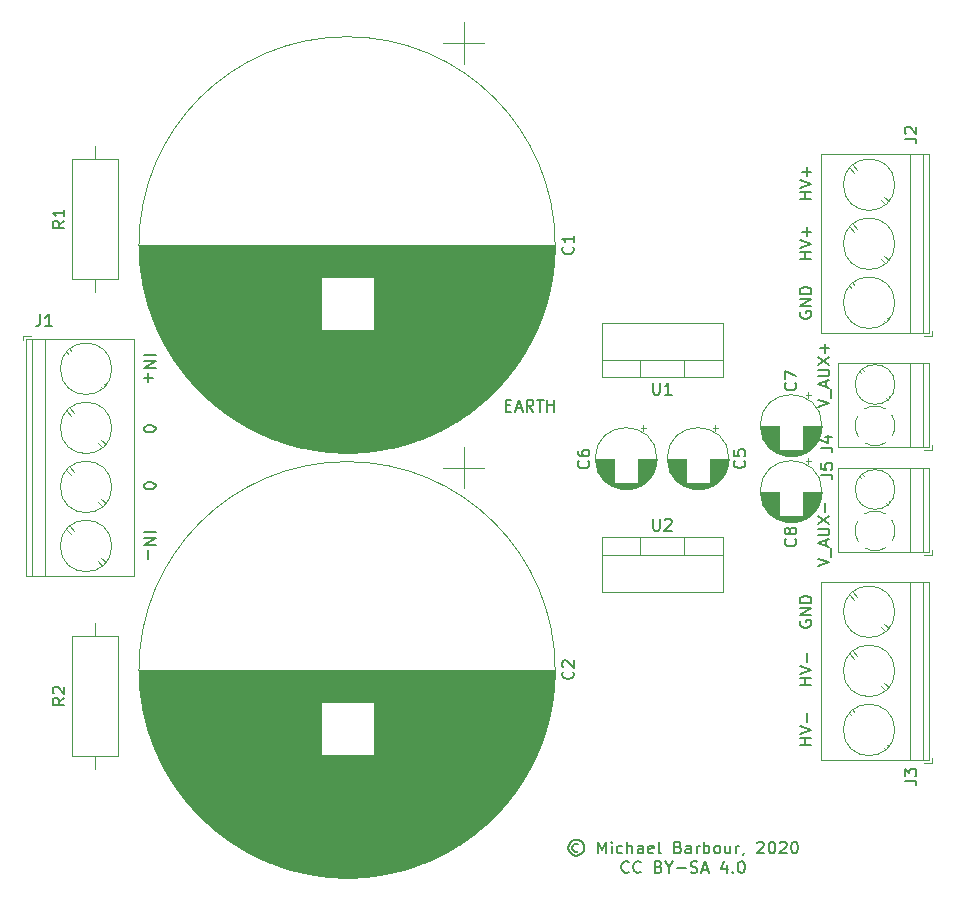
<source format=gbr>
G04 #@! TF.GenerationSoftware,KiCad,Pcbnew,5.1.9*
G04 #@! TF.CreationDate,2021-04-19T04:00:47-04:00*
G04 #@! TF.ProjectId,lm3886_psu,6c6d3338-3836-45f7-9073-752e6b696361,rev?*
G04 #@! TF.SameCoordinates,Original*
G04 #@! TF.FileFunction,Legend,Top*
G04 #@! TF.FilePolarity,Positive*
%FSLAX46Y46*%
G04 Gerber Fmt 4.6, Leading zero omitted, Abs format (unit mm)*
G04 Created by KiCad (PCBNEW 5.1.9) date 2021-04-19 04:00:47*
%MOMM*%
%LPD*%
G01*
G04 APERTURE LIST*
%ADD10C,0.150000*%
%ADD11C,0.120000*%
G04 APERTURE END LIST*
D10*
X125508857Y-123071476D02*
X125413619Y-123023857D01*
X125223142Y-123023857D01*
X125127904Y-123071476D01*
X125032666Y-123166714D01*
X124985047Y-123261952D01*
X124985047Y-123452428D01*
X125032666Y-123547666D01*
X125127904Y-123642904D01*
X125223142Y-123690523D01*
X125413619Y-123690523D01*
X125508857Y-123642904D01*
X125318380Y-122690523D02*
X125080285Y-122738142D01*
X124842190Y-122881000D01*
X124699333Y-123119095D01*
X124651714Y-123357190D01*
X124699333Y-123595285D01*
X124842190Y-123833380D01*
X125080285Y-123976238D01*
X125318380Y-124023857D01*
X125556476Y-123976238D01*
X125794571Y-123833380D01*
X125937428Y-123595285D01*
X125985047Y-123357190D01*
X125937428Y-123119095D01*
X125794571Y-122881000D01*
X125556476Y-122738142D01*
X125318380Y-122690523D01*
X127175523Y-123833380D02*
X127175523Y-122833380D01*
X127508857Y-123547666D01*
X127842190Y-122833380D01*
X127842190Y-123833380D01*
X128318380Y-123833380D02*
X128318380Y-123166714D01*
X128318380Y-122833380D02*
X128270761Y-122881000D01*
X128318380Y-122928619D01*
X128366000Y-122881000D01*
X128318380Y-122833380D01*
X128318380Y-122928619D01*
X129223142Y-123785761D02*
X129127904Y-123833380D01*
X128937428Y-123833380D01*
X128842190Y-123785761D01*
X128794571Y-123738142D01*
X128746952Y-123642904D01*
X128746952Y-123357190D01*
X128794571Y-123261952D01*
X128842190Y-123214333D01*
X128937428Y-123166714D01*
X129127904Y-123166714D01*
X129223142Y-123214333D01*
X129651714Y-123833380D02*
X129651714Y-122833380D01*
X130080285Y-123833380D02*
X130080285Y-123309571D01*
X130032666Y-123214333D01*
X129937428Y-123166714D01*
X129794571Y-123166714D01*
X129699333Y-123214333D01*
X129651714Y-123261952D01*
X130985047Y-123833380D02*
X130985047Y-123309571D01*
X130937428Y-123214333D01*
X130842190Y-123166714D01*
X130651714Y-123166714D01*
X130556476Y-123214333D01*
X130985047Y-123785761D02*
X130889809Y-123833380D01*
X130651714Y-123833380D01*
X130556476Y-123785761D01*
X130508857Y-123690523D01*
X130508857Y-123595285D01*
X130556476Y-123500047D01*
X130651714Y-123452428D01*
X130889809Y-123452428D01*
X130985047Y-123404809D01*
X131842190Y-123785761D02*
X131746952Y-123833380D01*
X131556476Y-123833380D01*
X131461238Y-123785761D01*
X131413619Y-123690523D01*
X131413619Y-123309571D01*
X131461238Y-123214333D01*
X131556476Y-123166714D01*
X131746952Y-123166714D01*
X131842190Y-123214333D01*
X131889809Y-123309571D01*
X131889809Y-123404809D01*
X131413619Y-123500047D01*
X132461238Y-123833380D02*
X132366000Y-123785761D01*
X132318380Y-123690523D01*
X132318380Y-122833380D01*
X133937428Y-123309571D02*
X134080285Y-123357190D01*
X134127904Y-123404809D01*
X134175523Y-123500047D01*
X134175523Y-123642904D01*
X134127904Y-123738142D01*
X134080285Y-123785761D01*
X133985047Y-123833380D01*
X133604095Y-123833380D01*
X133604095Y-122833380D01*
X133937428Y-122833380D01*
X134032666Y-122881000D01*
X134080285Y-122928619D01*
X134127904Y-123023857D01*
X134127904Y-123119095D01*
X134080285Y-123214333D01*
X134032666Y-123261952D01*
X133937428Y-123309571D01*
X133604095Y-123309571D01*
X135032666Y-123833380D02*
X135032666Y-123309571D01*
X134985047Y-123214333D01*
X134889809Y-123166714D01*
X134699333Y-123166714D01*
X134604095Y-123214333D01*
X135032666Y-123785761D02*
X134937428Y-123833380D01*
X134699333Y-123833380D01*
X134604095Y-123785761D01*
X134556476Y-123690523D01*
X134556476Y-123595285D01*
X134604095Y-123500047D01*
X134699333Y-123452428D01*
X134937428Y-123452428D01*
X135032666Y-123404809D01*
X135508857Y-123833380D02*
X135508857Y-123166714D01*
X135508857Y-123357190D02*
X135556476Y-123261952D01*
X135604095Y-123214333D01*
X135699333Y-123166714D01*
X135794571Y-123166714D01*
X136127904Y-123833380D02*
X136127904Y-122833380D01*
X136127904Y-123214333D02*
X136223142Y-123166714D01*
X136413619Y-123166714D01*
X136508857Y-123214333D01*
X136556476Y-123261952D01*
X136604095Y-123357190D01*
X136604095Y-123642904D01*
X136556476Y-123738142D01*
X136508857Y-123785761D01*
X136413619Y-123833380D01*
X136223142Y-123833380D01*
X136127904Y-123785761D01*
X137175523Y-123833380D02*
X137080285Y-123785761D01*
X137032666Y-123738142D01*
X136985047Y-123642904D01*
X136985047Y-123357190D01*
X137032666Y-123261952D01*
X137080285Y-123214333D01*
X137175523Y-123166714D01*
X137318380Y-123166714D01*
X137413619Y-123214333D01*
X137461238Y-123261952D01*
X137508857Y-123357190D01*
X137508857Y-123642904D01*
X137461238Y-123738142D01*
X137413619Y-123785761D01*
X137318380Y-123833380D01*
X137175523Y-123833380D01*
X138366000Y-123166714D02*
X138366000Y-123833380D01*
X137937428Y-123166714D02*
X137937428Y-123690523D01*
X137985047Y-123785761D01*
X138080285Y-123833380D01*
X138223142Y-123833380D01*
X138318380Y-123785761D01*
X138366000Y-123738142D01*
X138842190Y-123833380D02*
X138842190Y-123166714D01*
X138842190Y-123357190D02*
X138889809Y-123261952D01*
X138937428Y-123214333D01*
X139032666Y-123166714D01*
X139127904Y-123166714D01*
X139508857Y-123785761D02*
X139508857Y-123833380D01*
X139461238Y-123928619D01*
X139413619Y-123976238D01*
X140651714Y-122928619D02*
X140699333Y-122881000D01*
X140794571Y-122833380D01*
X141032666Y-122833380D01*
X141127904Y-122881000D01*
X141175523Y-122928619D01*
X141223142Y-123023857D01*
X141223142Y-123119095D01*
X141175523Y-123261952D01*
X140604095Y-123833380D01*
X141223142Y-123833380D01*
X141842190Y-122833380D02*
X141937428Y-122833380D01*
X142032666Y-122881000D01*
X142080285Y-122928619D01*
X142127904Y-123023857D01*
X142175523Y-123214333D01*
X142175523Y-123452428D01*
X142127904Y-123642904D01*
X142080285Y-123738142D01*
X142032666Y-123785761D01*
X141937428Y-123833380D01*
X141842190Y-123833380D01*
X141746952Y-123785761D01*
X141699333Y-123738142D01*
X141651714Y-123642904D01*
X141604095Y-123452428D01*
X141604095Y-123214333D01*
X141651714Y-123023857D01*
X141699333Y-122928619D01*
X141746952Y-122881000D01*
X141842190Y-122833380D01*
X142556476Y-122928619D02*
X142604095Y-122881000D01*
X142699333Y-122833380D01*
X142937428Y-122833380D01*
X143032666Y-122881000D01*
X143080285Y-122928619D01*
X143127904Y-123023857D01*
X143127904Y-123119095D01*
X143080285Y-123261952D01*
X142508857Y-123833380D01*
X143127904Y-123833380D01*
X143746952Y-122833380D02*
X143842190Y-122833380D01*
X143937428Y-122881000D01*
X143985047Y-122928619D01*
X144032666Y-123023857D01*
X144080285Y-123214333D01*
X144080285Y-123452428D01*
X144032666Y-123642904D01*
X143985047Y-123738142D01*
X143937428Y-123785761D01*
X143842190Y-123833380D01*
X143746952Y-123833380D01*
X143651714Y-123785761D01*
X143604095Y-123738142D01*
X143556476Y-123642904D01*
X143508857Y-123452428D01*
X143508857Y-123214333D01*
X143556476Y-123023857D01*
X143604095Y-122928619D01*
X143651714Y-122881000D01*
X143746952Y-122833380D01*
X129770761Y-125388142D02*
X129723142Y-125435761D01*
X129580285Y-125483380D01*
X129485047Y-125483380D01*
X129342190Y-125435761D01*
X129246952Y-125340523D01*
X129199333Y-125245285D01*
X129151714Y-125054809D01*
X129151714Y-124911952D01*
X129199333Y-124721476D01*
X129246952Y-124626238D01*
X129342190Y-124531000D01*
X129485047Y-124483380D01*
X129580285Y-124483380D01*
X129723142Y-124531000D01*
X129770761Y-124578619D01*
X130770761Y-125388142D02*
X130723142Y-125435761D01*
X130580285Y-125483380D01*
X130485047Y-125483380D01*
X130342190Y-125435761D01*
X130246952Y-125340523D01*
X130199333Y-125245285D01*
X130151714Y-125054809D01*
X130151714Y-124911952D01*
X130199333Y-124721476D01*
X130246952Y-124626238D01*
X130342190Y-124531000D01*
X130485047Y-124483380D01*
X130580285Y-124483380D01*
X130723142Y-124531000D01*
X130770761Y-124578619D01*
X132294571Y-124959571D02*
X132437428Y-125007190D01*
X132485047Y-125054809D01*
X132532666Y-125150047D01*
X132532666Y-125292904D01*
X132485047Y-125388142D01*
X132437428Y-125435761D01*
X132342190Y-125483380D01*
X131961238Y-125483380D01*
X131961238Y-124483380D01*
X132294571Y-124483380D01*
X132389809Y-124531000D01*
X132437428Y-124578619D01*
X132485047Y-124673857D01*
X132485047Y-124769095D01*
X132437428Y-124864333D01*
X132389809Y-124911952D01*
X132294571Y-124959571D01*
X131961238Y-124959571D01*
X133151714Y-125007190D02*
X133151714Y-125483380D01*
X132818380Y-124483380D02*
X133151714Y-125007190D01*
X133485047Y-124483380D01*
X133818380Y-125102428D02*
X134580285Y-125102428D01*
X135008857Y-125435761D02*
X135151714Y-125483380D01*
X135389809Y-125483380D01*
X135485047Y-125435761D01*
X135532666Y-125388142D01*
X135580285Y-125292904D01*
X135580285Y-125197666D01*
X135532666Y-125102428D01*
X135485047Y-125054809D01*
X135389809Y-125007190D01*
X135199333Y-124959571D01*
X135104095Y-124911952D01*
X135056476Y-124864333D01*
X135008857Y-124769095D01*
X135008857Y-124673857D01*
X135056476Y-124578619D01*
X135104095Y-124531000D01*
X135199333Y-124483380D01*
X135437428Y-124483380D01*
X135580285Y-124531000D01*
X135961238Y-125197666D02*
X136437428Y-125197666D01*
X135866000Y-125483380D02*
X136199333Y-124483380D01*
X136532666Y-125483380D01*
X138056476Y-124816714D02*
X138056476Y-125483380D01*
X137818380Y-124435761D02*
X137580285Y-125150047D01*
X138199333Y-125150047D01*
X138580285Y-125388142D02*
X138627904Y-125435761D01*
X138580285Y-125483380D01*
X138532666Y-125435761D01*
X138580285Y-125388142D01*
X138580285Y-125483380D01*
X139246952Y-124483380D02*
X139342190Y-124483380D01*
X139437428Y-124531000D01*
X139485047Y-124578619D01*
X139532666Y-124673857D01*
X139580285Y-124864333D01*
X139580285Y-125102428D01*
X139532666Y-125292904D01*
X139485047Y-125388142D01*
X139437428Y-125435761D01*
X139342190Y-125483380D01*
X139246952Y-125483380D01*
X139151714Y-125435761D01*
X139104095Y-125388142D01*
X139056476Y-125292904D01*
X139008857Y-125102428D01*
X139008857Y-124864333D01*
X139056476Y-124673857D01*
X139104095Y-124578619D01*
X139151714Y-124531000D01*
X139246952Y-124483380D01*
X119364380Y-85907571D02*
X119697714Y-85907571D01*
X119840571Y-86431380D02*
X119364380Y-86431380D01*
X119364380Y-85431380D01*
X119840571Y-85431380D01*
X120221523Y-86145666D02*
X120697714Y-86145666D01*
X120126285Y-86431380D02*
X120459619Y-85431380D01*
X120792952Y-86431380D01*
X121697714Y-86431380D02*
X121364380Y-85955190D01*
X121126285Y-86431380D02*
X121126285Y-85431380D01*
X121507238Y-85431380D01*
X121602476Y-85479000D01*
X121650095Y-85526619D01*
X121697714Y-85621857D01*
X121697714Y-85764714D01*
X121650095Y-85859952D01*
X121602476Y-85907571D01*
X121507238Y-85955190D01*
X121126285Y-85955190D01*
X121983428Y-85431380D02*
X122554857Y-85431380D01*
X122269142Y-86431380D02*
X122269142Y-85431380D01*
X122888190Y-86431380D02*
X122888190Y-85431380D01*
X122888190Y-85907571D02*
X123459619Y-85907571D01*
X123459619Y-86431380D02*
X123459619Y-85431380D01*
X145756380Y-99535904D02*
X146756380Y-99202571D01*
X145756380Y-98869238D01*
X146851619Y-98774000D02*
X146851619Y-98012095D01*
X146470666Y-97821619D02*
X146470666Y-97345428D01*
X146756380Y-97916857D02*
X145756380Y-97583523D01*
X146756380Y-97250190D01*
X145756380Y-96916857D02*
X146565904Y-96916857D01*
X146661142Y-96869238D01*
X146708761Y-96821619D01*
X146756380Y-96726380D01*
X146756380Y-96535904D01*
X146708761Y-96440666D01*
X146661142Y-96393047D01*
X146565904Y-96345428D01*
X145756380Y-96345428D01*
X145756380Y-95964476D02*
X146756380Y-95297809D01*
X145756380Y-95297809D02*
X146756380Y-95964476D01*
X146375428Y-94916857D02*
X146375428Y-94154952D01*
X145756380Y-86073904D02*
X146756380Y-85740571D01*
X145756380Y-85407238D01*
X146851619Y-85312000D02*
X146851619Y-84550095D01*
X146470666Y-84359619D02*
X146470666Y-83883428D01*
X146756380Y-84454857D02*
X145756380Y-84121523D01*
X146756380Y-83788190D01*
X145756380Y-83454857D02*
X146565904Y-83454857D01*
X146661142Y-83407238D01*
X146708761Y-83359619D01*
X146756380Y-83264380D01*
X146756380Y-83073904D01*
X146708761Y-82978666D01*
X146661142Y-82931047D01*
X146565904Y-82883428D01*
X145756380Y-82883428D01*
X145756380Y-82502476D02*
X146756380Y-81835809D01*
X145756380Y-81835809D02*
X146756380Y-82502476D01*
X146375428Y-81454857D02*
X146375428Y-80692952D01*
X146756380Y-81073904D02*
X145994476Y-81073904D01*
X144280000Y-104139904D02*
X144232380Y-104235142D01*
X144232380Y-104378000D01*
X144280000Y-104520857D01*
X144375238Y-104616095D01*
X144470476Y-104663714D01*
X144660952Y-104711333D01*
X144803809Y-104711333D01*
X144994285Y-104663714D01*
X145089523Y-104616095D01*
X145184761Y-104520857D01*
X145232380Y-104378000D01*
X145232380Y-104282761D01*
X145184761Y-104139904D01*
X145137142Y-104092285D01*
X144803809Y-104092285D01*
X144803809Y-104282761D01*
X145232380Y-103663714D02*
X144232380Y-103663714D01*
X145232380Y-103092285D01*
X144232380Y-103092285D01*
X145232380Y-102616095D02*
X144232380Y-102616095D01*
X144232380Y-102378000D01*
X144280000Y-102235142D01*
X144375238Y-102139904D01*
X144470476Y-102092285D01*
X144660952Y-102044666D01*
X144803809Y-102044666D01*
X144994285Y-102092285D01*
X145089523Y-102139904D01*
X145184761Y-102235142D01*
X145232380Y-102378000D01*
X145232380Y-102616095D01*
X145232380Y-114617333D02*
X144232380Y-114617333D01*
X144708571Y-114617333D02*
X144708571Y-114045904D01*
X145232380Y-114045904D02*
X144232380Y-114045904D01*
X144232380Y-113712571D02*
X145232380Y-113379238D01*
X144232380Y-113045904D01*
X144851428Y-112712571D02*
X144851428Y-111950666D01*
X145232380Y-109537333D02*
X144232380Y-109537333D01*
X144708571Y-109537333D02*
X144708571Y-108965904D01*
X145232380Y-108965904D02*
X144232380Y-108965904D01*
X144232380Y-108632571D02*
X145232380Y-108299238D01*
X144232380Y-107965904D01*
X144851428Y-107632571D02*
X144851428Y-106870666D01*
X144280000Y-77977904D02*
X144232380Y-78073142D01*
X144232380Y-78216000D01*
X144280000Y-78358857D01*
X144375238Y-78454095D01*
X144470476Y-78501714D01*
X144660952Y-78549333D01*
X144803809Y-78549333D01*
X144994285Y-78501714D01*
X145089523Y-78454095D01*
X145184761Y-78358857D01*
X145232380Y-78216000D01*
X145232380Y-78120761D01*
X145184761Y-77977904D01*
X145137142Y-77930285D01*
X144803809Y-77930285D01*
X144803809Y-78120761D01*
X145232380Y-77501714D02*
X144232380Y-77501714D01*
X145232380Y-76930285D01*
X144232380Y-76930285D01*
X145232380Y-76454095D02*
X144232380Y-76454095D01*
X144232380Y-76216000D01*
X144280000Y-76073142D01*
X144375238Y-75977904D01*
X144470476Y-75930285D01*
X144660952Y-75882666D01*
X144803809Y-75882666D01*
X144994285Y-75930285D01*
X145089523Y-75977904D01*
X145184761Y-76073142D01*
X145232380Y-76216000D01*
X145232380Y-76454095D01*
X145232380Y-73469333D02*
X144232380Y-73469333D01*
X144708571Y-73469333D02*
X144708571Y-72897904D01*
X145232380Y-72897904D02*
X144232380Y-72897904D01*
X144232380Y-72564571D02*
X145232380Y-72231238D01*
X144232380Y-71897904D01*
X144851428Y-71564571D02*
X144851428Y-70802666D01*
X145232380Y-71183619D02*
X144470476Y-71183619D01*
X145232380Y-68389333D02*
X144232380Y-68389333D01*
X144708571Y-68389333D02*
X144708571Y-67817904D01*
X145232380Y-67817904D02*
X144232380Y-67817904D01*
X144232380Y-67484571D02*
X145232380Y-67151238D01*
X144232380Y-66817904D01*
X144851428Y-66484571D02*
X144851428Y-65722666D01*
X145232380Y-66103619D02*
X144470476Y-66103619D01*
X89701619Y-92662380D02*
X89701619Y-92757619D01*
X89654000Y-92852857D01*
X89606380Y-92900476D01*
X89511142Y-92948095D01*
X89320666Y-92995714D01*
X89082571Y-92995714D01*
X88892095Y-92948095D01*
X88796857Y-92900476D01*
X88749238Y-92852857D01*
X88701619Y-92757619D01*
X88701619Y-92662380D01*
X88749238Y-92567142D01*
X88796857Y-92519523D01*
X88892095Y-92471904D01*
X89082571Y-92424285D01*
X89320666Y-92424285D01*
X89511142Y-92471904D01*
X89606380Y-92519523D01*
X89654000Y-92567142D01*
X89701619Y-92662380D01*
X89701619Y-87836380D02*
X89701619Y-87931619D01*
X89654000Y-88026857D01*
X89606380Y-88074476D01*
X89511142Y-88122095D01*
X89320666Y-88169714D01*
X89082571Y-88169714D01*
X88892095Y-88122095D01*
X88796857Y-88074476D01*
X88749238Y-88026857D01*
X88701619Y-87931619D01*
X88701619Y-87836380D01*
X88749238Y-87741142D01*
X88796857Y-87693523D01*
X88892095Y-87645904D01*
X89082571Y-87598285D01*
X89320666Y-87598285D01*
X89511142Y-87645904D01*
X89606380Y-87693523D01*
X89654000Y-87741142D01*
X89701619Y-87836380D01*
X88701619Y-96647142D02*
X89701619Y-96647142D01*
X88701619Y-97123333D02*
X89701619Y-97123333D01*
X88701619Y-97694761D01*
X89701619Y-97694761D01*
X89082571Y-98170952D02*
X89082571Y-98932857D01*
X88701619Y-81661142D02*
X89701619Y-81661142D01*
X88701619Y-82137333D02*
X89701619Y-82137333D01*
X88701619Y-82708761D01*
X89701619Y-82708761D01*
X89082571Y-83184952D02*
X89082571Y-83946857D01*
X88701619Y-83565904D02*
X89463523Y-83565904D01*
D11*
X146130000Y-93202000D02*
G75*
G03*
X146130000Y-93202000I-2620000J0D01*
G01*
X142470000Y-93202000D02*
X140930000Y-93202000D01*
X146090000Y-93202000D02*
X144550000Y-93202000D01*
X142470000Y-93242000D02*
X140930000Y-93242000D01*
X146090000Y-93242000D02*
X144550000Y-93242000D01*
X146089000Y-93282000D02*
X144550000Y-93282000D01*
X142470000Y-93282000D02*
X140931000Y-93282000D01*
X146088000Y-93322000D02*
X144550000Y-93322000D01*
X142470000Y-93322000D02*
X140932000Y-93322000D01*
X146086000Y-93362000D02*
X144550000Y-93362000D01*
X142470000Y-93362000D02*
X140934000Y-93362000D01*
X146083000Y-93402000D02*
X144550000Y-93402000D01*
X142470000Y-93402000D02*
X140937000Y-93402000D01*
X146079000Y-93442000D02*
X144550000Y-93442000D01*
X142470000Y-93442000D02*
X140941000Y-93442000D01*
X146075000Y-93482000D02*
X144550000Y-93482000D01*
X142470000Y-93482000D02*
X140945000Y-93482000D01*
X146071000Y-93522000D02*
X144550000Y-93522000D01*
X142470000Y-93522000D02*
X140949000Y-93522000D01*
X146066000Y-93562000D02*
X144550000Y-93562000D01*
X142470000Y-93562000D02*
X140954000Y-93562000D01*
X146060000Y-93602000D02*
X144550000Y-93602000D01*
X142470000Y-93602000D02*
X140960000Y-93602000D01*
X146053000Y-93642000D02*
X144550000Y-93642000D01*
X142470000Y-93642000D02*
X140967000Y-93642000D01*
X146046000Y-93682000D02*
X144550000Y-93682000D01*
X142470000Y-93682000D02*
X140974000Y-93682000D01*
X146038000Y-93722000D02*
X144550000Y-93722000D01*
X142470000Y-93722000D02*
X140982000Y-93722000D01*
X146030000Y-93762000D02*
X144550000Y-93762000D01*
X142470000Y-93762000D02*
X140990000Y-93762000D01*
X146021000Y-93802000D02*
X144550000Y-93802000D01*
X142470000Y-93802000D02*
X140999000Y-93802000D01*
X146011000Y-93842000D02*
X144550000Y-93842000D01*
X142470000Y-93842000D02*
X141009000Y-93842000D01*
X146001000Y-93882000D02*
X144550000Y-93882000D01*
X142470000Y-93882000D02*
X141019000Y-93882000D01*
X145990000Y-93923000D02*
X144550000Y-93923000D01*
X142470000Y-93923000D02*
X141030000Y-93923000D01*
X145978000Y-93963000D02*
X144550000Y-93963000D01*
X142470000Y-93963000D02*
X141042000Y-93963000D01*
X145965000Y-94003000D02*
X144550000Y-94003000D01*
X142470000Y-94003000D02*
X141055000Y-94003000D01*
X145952000Y-94043000D02*
X144550000Y-94043000D01*
X142470000Y-94043000D02*
X141068000Y-94043000D01*
X145938000Y-94083000D02*
X144550000Y-94083000D01*
X142470000Y-94083000D02*
X141082000Y-94083000D01*
X145924000Y-94123000D02*
X144550000Y-94123000D01*
X142470000Y-94123000D02*
X141096000Y-94123000D01*
X145908000Y-94163000D02*
X144550000Y-94163000D01*
X142470000Y-94163000D02*
X141112000Y-94163000D01*
X145892000Y-94203000D02*
X144550000Y-94203000D01*
X142470000Y-94203000D02*
X141128000Y-94203000D01*
X145875000Y-94243000D02*
X144550000Y-94243000D01*
X142470000Y-94243000D02*
X141145000Y-94243000D01*
X145858000Y-94283000D02*
X144550000Y-94283000D01*
X142470000Y-94283000D02*
X141162000Y-94283000D01*
X145839000Y-94323000D02*
X144550000Y-94323000D01*
X142470000Y-94323000D02*
X141181000Y-94323000D01*
X145820000Y-94363000D02*
X144550000Y-94363000D01*
X142470000Y-94363000D02*
X141200000Y-94363000D01*
X145800000Y-94403000D02*
X144550000Y-94403000D01*
X142470000Y-94403000D02*
X141220000Y-94403000D01*
X145778000Y-94443000D02*
X144550000Y-94443000D01*
X142470000Y-94443000D02*
X141242000Y-94443000D01*
X145757000Y-94483000D02*
X144550000Y-94483000D01*
X142470000Y-94483000D02*
X141263000Y-94483000D01*
X145734000Y-94523000D02*
X144550000Y-94523000D01*
X142470000Y-94523000D02*
X141286000Y-94523000D01*
X145710000Y-94563000D02*
X144550000Y-94563000D01*
X142470000Y-94563000D02*
X141310000Y-94563000D01*
X145685000Y-94603000D02*
X144550000Y-94603000D01*
X142470000Y-94603000D02*
X141335000Y-94603000D01*
X145659000Y-94643000D02*
X144550000Y-94643000D01*
X142470000Y-94643000D02*
X141361000Y-94643000D01*
X145632000Y-94683000D02*
X144550000Y-94683000D01*
X142470000Y-94683000D02*
X141388000Y-94683000D01*
X145605000Y-94723000D02*
X144550000Y-94723000D01*
X142470000Y-94723000D02*
X141415000Y-94723000D01*
X145575000Y-94763000D02*
X144550000Y-94763000D01*
X142470000Y-94763000D02*
X141445000Y-94763000D01*
X145545000Y-94803000D02*
X144550000Y-94803000D01*
X142470000Y-94803000D02*
X141475000Y-94803000D01*
X145514000Y-94843000D02*
X144550000Y-94843000D01*
X142470000Y-94843000D02*
X141506000Y-94843000D01*
X145481000Y-94883000D02*
X144550000Y-94883000D01*
X142470000Y-94883000D02*
X141539000Y-94883000D01*
X145447000Y-94923000D02*
X144550000Y-94923000D01*
X142470000Y-94923000D02*
X141573000Y-94923000D01*
X145411000Y-94963000D02*
X144550000Y-94963000D01*
X142470000Y-94963000D02*
X141609000Y-94963000D01*
X145374000Y-95003000D02*
X144550000Y-95003000D01*
X142470000Y-95003000D02*
X141646000Y-95003000D01*
X145336000Y-95043000D02*
X144550000Y-95043000D01*
X142470000Y-95043000D02*
X141684000Y-95043000D01*
X145295000Y-95083000D02*
X144550000Y-95083000D01*
X142470000Y-95083000D02*
X141725000Y-95083000D01*
X145253000Y-95123000D02*
X144550000Y-95123000D01*
X142470000Y-95123000D02*
X141767000Y-95123000D01*
X145209000Y-95163000D02*
X144550000Y-95163000D01*
X142470000Y-95163000D02*
X141811000Y-95163000D01*
X145163000Y-95203000D02*
X144550000Y-95203000D01*
X142470000Y-95203000D02*
X141857000Y-95203000D01*
X145115000Y-95243000D02*
X141905000Y-95243000D01*
X145064000Y-95283000D02*
X141956000Y-95283000D01*
X145010000Y-95323000D02*
X142010000Y-95323000D01*
X144953000Y-95363000D02*
X142067000Y-95363000D01*
X144893000Y-95403000D02*
X142127000Y-95403000D01*
X144829000Y-95443000D02*
X142191000Y-95443000D01*
X144761000Y-95483000D02*
X142259000Y-95483000D01*
X144688000Y-95523000D02*
X142332000Y-95523000D01*
X144608000Y-95563000D02*
X142412000Y-95563000D01*
X144521000Y-95603000D02*
X142499000Y-95603000D01*
X144425000Y-95643000D02*
X142595000Y-95643000D01*
X144315000Y-95683000D02*
X142705000Y-95683000D01*
X144187000Y-95723000D02*
X142833000Y-95723000D01*
X144028000Y-95763000D02*
X142992000Y-95763000D01*
X143794000Y-95803000D02*
X143226000Y-95803000D01*
X144985000Y-90397225D02*
X144985000Y-90897225D01*
X145235000Y-90647225D02*
X144735000Y-90647225D01*
X146130000Y-87614000D02*
G75*
G03*
X146130000Y-87614000I-2620000J0D01*
G01*
X142470000Y-87614000D02*
X140930000Y-87614000D01*
X146090000Y-87614000D02*
X144550000Y-87614000D01*
X142470000Y-87654000D02*
X140930000Y-87654000D01*
X146090000Y-87654000D02*
X144550000Y-87654000D01*
X146089000Y-87694000D02*
X144550000Y-87694000D01*
X142470000Y-87694000D02*
X140931000Y-87694000D01*
X146088000Y-87734000D02*
X144550000Y-87734000D01*
X142470000Y-87734000D02*
X140932000Y-87734000D01*
X146086000Y-87774000D02*
X144550000Y-87774000D01*
X142470000Y-87774000D02*
X140934000Y-87774000D01*
X146083000Y-87814000D02*
X144550000Y-87814000D01*
X142470000Y-87814000D02*
X140937000Y-87814000D01*
X146079000Y-87854000D02*
X144550000Y-87854000D01*
X142470000Y-87854000D02*
X140941000Y-87854000D01*
X146075000Y-87894000D02*
X144550000Y-87894000D01*
X142470000Y-87894000D02*
X140945000Y-87894000D01*
X146071000Y-87934000D02*
X144550000Y-87934000D01*
X142470000Y-87934000D02*
X140949000Y-87934000D01*
X146066000Y-87974000D02*
X144550000Y-87974000D01*
X142470000Y-87974000D02*
X140954000Y-87974000D01*
X146060000Y-88014000D02*
X144550000Y-88014000D01*
X142470000Y-88014000D02*
X140960000Y-88014000D01*
X146053000Y-88054000D02*
X144550000Y-88054000D01*
X142470000Y-88054000D02*
X140967000Y-88054000D01*
X146046000Y-88094000D02*
X144550000Y-88094000D01*
X142470000Y-88094000D02*
X140974000Y-88094000D01*
X146038000Y-88134000D02*
X144550000Y-88134000D01*
X142470000Y-88134000D02*
X140982000Y-88134000D01*
X146030000Y-88174000D02*
X144550000Y-88174000D01*
X142470000Y-88174000D02*
X140990000Y-88174000D01*
X146021000Y-88214000D02*
X144550000Y-88214000D01*
X142470000Y-88214000D02*
X140999000Y-88214000D01*
X146011000Y-88254000D02*
X144550000Y-88254000D01*
X142470000Y-88254000D02*
X141009000Y-88254000D01*
X146001000Y-88294000D02*
X144550000Y-88294000D01*
X142470000Y-88294000D02*
X141019000Y-88294000D01*
X145990000Y-88335000D02*
X144550000Y-88335000D01*
X142470000Y-88335000D02*
X141030000Y-88335000D01*
X145978000Y-88375000D02*
X144550000Y-88375000D01*
X142470000Y-88375000D02*
X141042000Y-88375000D01*
X145965000Y-88415000D02*
X144550000Y-88415000D01*
X142470000Y-88415000D02*
X141055000Y-88415000D01*
X145952000Y-88455000D02*
X144550000Y-88455000D01*
X142470000Y-88455000D02*
X141068000Y-88455000D01*
X145938000Y-88495000D02*
X144550000Y-88495000D01*
X142470000Y-88495000D02*
X141082000Y-88495000D01*
X145924000Y-88535000D02*
X144550000Y-88535000D01*
X142470000Y-88535000D02*
X141096000Y-88535000D01*
X145908000Y-88575000D02*
X144550000Y-88575000D01*
X142470000Y-88575000D02*
X141112000Y-88575000D01*
X145892000Y-88615000D02*
X144550000Y-88615000D01*
X142470000Y-88615000D02*
X141128000Y-88615000D01*
X145875000Y-88655000D02*
X144550000Y-88655000D01*
X142470000Y-88655000D02*
X141145000Y-88655000D01*
X145858000Y-88695000D02*
X144550000Y-88695000D01*
X142470000Y-88695000D02*
X141162000Y-88695000D01*
X145839000Y-88735000D02*
X144550000Y-88735000D01*
X142470000Y-88735000D02*
X141181000Y-88735000D01*
X145820000Y-88775000D02*
X144550000Y-88775000D01*
X142470000Y-88775000D02*
X141200000Y-88775000D01*
X145800000Y-88815000D02*
X144550000Y-88815000D01*
X142470000Y-88815000D02*
X141220000Y-88815000D01*
X145778000Y-88855000D02*
X144550000Y-88855000D01*
X142470000Y-88855000D02*
X141242000Y-88855000D01*
X145757000Y-88895000D02*
X144550000Y-88895000D01*
X142470000Y-88895000D02*
X141263000Y-88895000D01*
X145734000Y-88935000D02*
X144550000Y-88935000D01*
X142470000Y-88935000D02*
X141286000Y-88935000D01*
X145710000Y-88975000D02*
X144550000Y-88975000D01*
X142470000Y-88975000D02*
X141310000Y-88975000D01*
X145685000Y-89015000D02*
X144550000Y-89015000D01*
X142470000Y-89015000D02*
X141335000Y-89015000D01*
X145659000Y-89055000D02*
X144550000Y-89055000D01*
X142470000Y-89055000D02*
X141361000Y-89055000D01*
X145632000Y-89095000D02*
X144550000Y-89095000D01*
X142470000Y-89095000D02*
X141388000Y-89095000D01*
X145605000Y-89135000D02*
X144550000Y-89135000D01*
X142470000Y-89135000D02*
X141415000Y-89135000D01*
X145575000Y-89175000D02*
X144550000Y-89175000D01*
X142470000Y-89175000D02*
X141445000Y-89175000D01*
X145545000Y-89215000D02*
X144550000Y-89215000D01*
X142470000Y-89215000D02*
X141475000Y-89215000D01*
X145514000Y-89255000D02*
X144550000Y-89255000D01*
X142470000Y-89255000D02*
X141506000Y-89255000D01*
X145481000Y-89295000D02*
X144550000Y-89295000D01*
X142470000Y-89295000D02*
X141539000Y-89295000D01*
X145447000Y-89335000D02*
X144550000Y-89335000D01*
X142470000Y-89335000D02*
X141573000Y-89335000D01*
X145411000Y-89375000D02*
X144550000Y-89375000D01*
X142470000Y-89375000D02*
X141609000Y-89375000D01*
X145374000Y-89415000D02*
X144550000Y-89415000D01*
X142470000Y-89415000D02*
X141646000Y-89415000D01*
X145336000Y-89455000D02*
X144550000Y-89455000D01*
X142470000Y-89455000D02*
X141684000Y-89455000D01*
X145295000Y-89495000D02*
X144550000Y-89495000D01*
X142470000Y-89495000D02*
X141725000Y-89495000D01*
X145253000Y-89535000D02*
X144550000Y-89535000D01*
X142470000Y-89535000D02*
X141767000Y-89535000D01*
X145209000Y-89575000D02*
X144550000Y-89575000D01*
X142470000Y-89575000D02*
X141811000Y-89575000D01*
X145163000Y-89615000D02*
X144550000Y-89615000D01*
X142470000Y-89615000D02*
X141857000Y-89615000D01*
X145115000Y-89655000D02*
X141905000Y-89655000D01*
X145064000Y-89695000D02*
X141956000Y-89695000D01*
X145010000Y-89735000D02*
X142010000Y-89735000D01*
X144953000Y-89775000D02*
X142067000Y-89775000D01*
X144893000Y-89815000D02*
X142127000Y-89815000D01*
X144829000Y-89855000D02*
X142191000Y-89855000D01*
X144761000Y-89895000D02*
X142259000Y-89895000D01*
X144688000Y-89935000D02*
X142332000Y-89935000D01*
X144608000Y-89975000D02*
X142412000Y-89975000D01*
X144521000Y-90015000D02*
X142499000Y-90015000D01*
X144425000Y-90055000D02*
X142595000Y-90055000D01*
X144315000Y-90095000D02*
X142705000Y-90095000D01*
X144187000Y-90135000D02*
X142833000Y-90135000D01*
X144028000Y-90175000D02*
X142992000Y-90175000D01*
X143794000Y-90215000D02*
X143226000Y-90215000D01*
X144985000Y-84809225D02*
X144985000Y-85309225D01*
X145235000Y-85059225D02*
X144735000Y-85059225D01*
X132160000Y-90408000D02*
G75*
G03*
X132160000Y-90408000I-2620000J0D01*
G01*
X128500000Y-90408000D02*
X126960000Y-90408000D01*
X132120000Y-90408000D02*
X130580000Y-90408000D01*
X128500000Y-90448000D02*
X126960000Y-90448000D01*
X132120000Y-90448000D02*
X130580000Y-90448000D01*
X132119000Y-90488000D02*
X130580000Y-90488000D01*
X128500000Y-90488000D02*
X126961000Y-90488000D01*
X132118000Y-90528000D02*
X130580000Y-90528000D01*
X128500000Y-90528000D02*
X126962000Y-90528000D01*
X132116000Y-90568000D02*
X130580000Y-90568000D01*
X128500000Y-90568000D02*
X126964000Y-90568000D01*
X132113000Y-90608000D02*
X130580000Y-90608000D01*
X128500000Y-90608000D02*
X126967000Y-90608000D01*
X132109000Y-90648000D02*
X130580000Y-90648000D01*
X128500000Y-90648000D02*
X126971000Y-90648000D01*
X132105000Y-90688000D02*
X130580000Y-90688000D01*
X128500000Y-90688000D02*
X126975000Y-90688000D01*
X132101000Y-90728000D02*
X130580000Y-90728000D01*
X128500000Y-90728000D02*
X126979000Y-90728000D01*
X132096000Y-90768000D02*
X130580000Y-90768000D01*
X128500000Y-90768000D02*
X126984000Y-90768000D01*
X132090000Y-90808000D02*
X130580000Y-90808000D01*
X128500000Y-90808000D02*
X126990000Y-90808000D01*
X132083000Y-90848000D02*
X130580000Y-90848000D01*
X128500000Y-90848000D02*
X126997000Y-90848000D01*
X132076000Y-90888000D02*
X130580000Y-90888000D01*
X128500000Y-90888000D02*
X127004000Y-90888000D01*
X132068000Y-90928000D02*
X130580000Y-90928000D01*
X128500000Y-90928000D02*
X127012000Y-90928000D01*
X132060000Y-90968000D02*
X130580000Y-90968000D01*
X128500000Y-90968000D02*
X127020000Y-90968000D01*
X132051000Y-91008000D02*
X130580000Y-91008000D01*
X128500000Y-91008000D02*
X127029000Y-91008000D01*
X132041000Y-91048000D02*
X130580000Y-91048000D01*
X128500000Y-91048000D02*
X127039000Y-91048000D01*
X132031000Y-91088000D02*
X130580000Y-91088000D01*
X128500000Y-91088000D02*
X127049000Y-91088000D01*
X132020000Y-91129000D02*
X130580000Y-91129000D01*
X128500000Y-91129000D02*
X127060000Y-91129000D01*
X132008000Y-91169000D02*
X130580000Y-91169000D01*
X128500000Y-91169000D02*
X127072000Y-91169000D01*
X131995000Y-91209000D02*
X130580000Y-91209000D01*
X128500000Y-91209000D02*
X127085000Y-91209000D01*
X131982000Y-91249000D02*
X130580000Y-91249000D01*
X128500000Y-91249000D02*
X127098000Y-91249000D01*
X131968000Y-91289000D02*
X130580000Y-91289000D01*
X128500000Y-91289000D02*
X127112000Y-91289000D01*
X131954000Y-91329000D02*
X130580000Y-91329000D01*
X128500000Y-91329000D02*
X127126000Y-91329000D01*
X131938000Y-91369000D02*
X130580000Y-91369000D01*
X128500000Y-91369000D02*
X127142000Y-91369000D01*
X131922000Y-91409000D02*
X130580000Y-91409000D01*
X128500000Y-91409000D02*
X127158000Y-91409000D01*
X131905000Y-91449000D02*
X130580000Y-91449000D01*
X128500000Y-91449000D02*
X127175000Y-91449000D01*
X131888000Y-91489000D02*
X130580000Y-91489000D01*
X128500000Y-91489000D02*
X127192000Y-91489000D01*
X131869000Y-91529000D02*
X130580000Y-91529000D01*
X128500000Y-91529000D02*
X127211000Y-91529000D01*
X131850000Y-91569000D02*
X130580000Y-91569000D01*
X128500000Y-91569000D02*
X127230000Y-91569000D01*
X131830000Y-91609000D02*
X130580000Y-91609000D01*
X128500000Y-91609000D02*
X127250000Y-91609000D01*
X131808000Y-91649000D02*
X130580000Y-91649000D01*
X128500000Y-91649000D02*
X127272000Y-91649000D01*
X131787000Y-91689000D02*
X130580000Y-91689000D01*
X128500000Y-91689000D02*
X127293000Y-91689000D01*
X131764000Y-91729000D02*
X130580000Y-91729000D01*
X128500000Y-91729000D02*
X127316000Y-91729000D01*
X131740000Y-91769000D02*
X130580000Y-91769000D01*
X128500000Y-91769000D02*
X127340000Y-91769000D01*
X131715000Y-91809000D02*
X130580000Y-91809000D01*
X128500000Y-91809000D02*
X127365000Y-91809000D01*
X131689000Y-91849000D02*
X130580000Y-91849000D01*
X128500000Y-91849000D02*
X127391000Y-91849000D01*
X131662000Y-91889000D02*
X130580000Y-91889000D01*
X128500000Y-91889000D02*
X127418000Y-91889000D01*
X131635000Y-91929000D02*
X130580000Y-91929000D01*
X128500000Y-91929000D02*
X127445000Y-91929000D01*
X131605000Y-91969000D02*
X130580000Y-91969000D01*
X128500000Y-91969000D02*
X127475000Y-91969000D01*
X131575000Y-92009000D02*
X130580000Y-92009000D01*
X128500000Y-92009000D02*
X127505000Y-92009000D01*
X131544000Y-92049000D02*
X130580000Y-92049000D01*
X128500000Y-92049000D02*
X127536000Y-92049000D01*
X131511000Y-92089000D02*
X130580000Y-92089000D01*
X128500000Y-92089000D02*
X127569000Y-92089000D01*
X131477000Y-92129000D02*
X130580000Y-92129000D01*
X128500000Y-92129000D02*
X127603000Y-92129000D01*
X131441000Y-92169000D02*
X130580000Y-92169000D01*
X128500000Y-92169000D02*
X127639000Y-92169000D01*
X131404000Y-92209000D02*
X130580000Y-92209000D01*
X128500000Y-92209000D02*
X127676000Y-92209000D01*
X131366000Y-92249000D02*
X130580000Y-92249000D01*
X128500000Y-92249000D02*
X127714000Y-92249000D01*
X131325000Y-92289000D02*
X130580000Y-92289000D01*
X128500000Y-92289000D02*
X127755000Y-92289000D01*
X131283000Y-92329000D02*
X130580000Y-92329000D01*
X128500000Y-92329000D02*
X127797000Y-92329000D01*
X131239000Y-92369000D02*
X130580000Y-92369000D01*
X128500000Y-92369000D02*
X127841000Y-92369000D01*
X131193000Y-92409000D02*
X130580000Y-92409000D01*
X128500000Y-92409000D02*
X127887000Y-92409000D01*
X131145000Y-92449000D02*
X127935000Y-92449000D01*
X131094000Y-92489000D02*
X127986000Y-92489000D01*
X131040000Y-92529000D02*
X128040000Y-92529000D01*
X130983000Y-92569000D02*
X128097000Y-92569000D01*
X130923000Y-92609000D02*
X128157000Y-92609000D01*
X130859000Y-92649000D02*
X128221000Y-92649000D01*
X130791000Y-92689000D02*
X128289000Y-92689000D01*
X130718000Y-92729000D02*
X128362000Y-92729000D01*
X130638000Y-92769000D02*
X128442000Y-92769000D01*
X130551000Y-92809000D02*
X128529000Y-92809000D01*
X130455000Y-92849000D02*
X128625000Y-92849000D01*
X130345000Y-92889000D02*
X128735000Y-92889000D01*
X130217000Y-92929000D02*
X128863000Y-92929000D01*
X130058000Y-92969000D02*
X129022000Y-92969000D01*
X129824000Y-93009000D02*
X129256000Y-93009000D01*
X131015000Y-87603225D02*
X131015000Y-88103225D01*
X131265000Y-87853225D02*
X130765000Y-87853225D01*
X138256000Y-90408000D02*
G75*
G03*
X138256000Y-90408000I-2620000J0D01*
G01*
X134596000Y-90408000D02*
X133056000Y-90408000D01*
X138216000Y-90408000D02*
X136676000Y-90408000D01*
X134596000Y-90448000D02*
X133056000Y-90448000D01*
X138216000Y-90448000D02*
X136676000Y-90448000D01*
X138215000Y-90488000D02*
X136676000Y-90488000D01*
X134596000Y-90488000D02*
X133057000Y-90488000D01*
X138214000Y-90528000D02*
X136676000Y-90528000D01*
X134596000Y-90528000D02*
X133058000Y-90528000D01*
X138212000Y-90568000D02*
X136676000Y-90568000D01*
X134596000Y-90568000D02*
X133060000Y-90568000D01*
X138209000Y-90608000D02*
X136676000Y-90608000D01*
X134596000Y-90608000D02*
X133063000Y-90608000D01*
X138205000Y-90648000D02*
X136676000Y-90648000D01*
X134596000Y-90648000D02*
X133067000Y-90648000D01*
X138201000Y-90688000D02*
X136676000Y-90688000D01*
X134596000Y-90688000D02*
X133071000Y-90688000D01*
X138197000Y-90728000D02*
X136676000Y-90728000D01*
X134596000Y-90728000D02*
X133075000Y-90728000D01*
X138192000Y-90768000D02*
X136676000Y-90768000D01*
X134596000Y-90768000D02*
X133080000Y-90768000D01*
X138186000Y-90808000D02*
X136676000Y-90808000D01*
X134596000Y-90808000D02*
X133086000Y-90808000D01*
X138179000Y-90848000D02*
X136676000Y-90848000D01*
X134596000Y-90848000D02*
X133093000Y-90848000D01*
X138172000Y-90888000D02*
X136676000Y-90888000D01*
X134596000Y-90888000D02*
X133100000Y-90888000D01*
X138164000Y-90928000D02*
X136676000Y-90928000D01*
X134596000Y-90928000D02*
X133108000Y-90928000D01*
X138156000Y-90968000D02*
X136676000Y-90968000D01*
X134596000Y-90968000D02*
X133116000Y-90968000D01*
X138147000Y-91008000D02*
X136676000Y-91008000D01*
X134596000Y-91008000D02*
X133125000Y-91008000D01*
X138137000Y-91048000D02*
X136676000Y-91048000D01*
X134596000Y-91048000D02*
X133135000Y-91048000D01*
X138127000Y-91088000D02*
X136676000Y-91088000D01*
X134596000Y-91088000D02*
X133145000Y-91088000D01*
X138116000Y-91129000D02*
X136676000Y-91129000D01*
X134596000Y-91129000D02*
X133156000Y-91129000D01*
X138104000Y-91169000D02*
X136676000Y-91169000D01*
X134596000Y-91169000D02*
X133168000Y-91169000D01*
X138091000Y-91209000D02*
X136676000Y-91209000D01*
X134596000Y-91209000D02*
X133181000Y-91209000D01*
X138078000Y-91249000D02*
X136676000Y-91249000D01*
X134596000Y-91249000D02*
X133194000Y-91249000D01*
X138064000Y-91289000D02*
X136676000Y-91289000D01*
X134596000Y-91289000D02*
X133208000Y-91289000D01*
X138050000Y-91329000D02*
X136676000Y-91329000D01*
X134596000Y-91329000D02*
X133222000Y-91329000D01*
X138034000Y-91369000D02*
X136676000Y-91369000D01*
X134596000Y-91369000D02*
X133238000Y-91369000D01*
X138018000Y-91409000D02*
X136676000Y-91409000D01*
X134596000Y-91409000D02*
X133254000Y-91409000D01*
X138001000Y-91449000D02*
X136676000Y-91449000D01*
X134596000Y-91449000D02*
X133271000Y-91449000D01*
X137984000Y-91489000D02*
X136676000Y-91489000D01*
X134596000Y-91489000D02*
X133288000Y-91489000D01*
X137965000Y-91529000D02*
X136676000Y-91529000D01*
X134596000Y-91529000D02*
X133307000Y-91529000D01*
X137946000Y-91569000D02*
X136676000Y-91569000D01*
X134596000Y-91569000D02*
X133326000Y-91569000D01*
X137926000Y-91609000D02*
X136676000Y-91609000D01*
X134596000Y-91609000D02*
X133346000Y-91609000D01*
X137904000Y-91649000D02*
X136676000Y-91649000D01*
X134596000Y-91649000D02*
X133368000Y-91649000D01*
X137883000Y-91689000D02*
X136676000Y-91689000D01*
X134596000Y-91689000D02*
X133389000Y-91689000D01*
X137860000Y-91729000D02*
X136676000Y-91729000D01*
X134596000Y-91729000D02*
X133412000Y-91729000D01*
X137836000Y-91769000D02*
X136676000Y-91769000D01*
X134596000Y-91769000D02*
X133436000Y-91769000D01*
X137811000Y-91809000D02*
X136676000Y-91809000D01*
X134596000Y-91809000D02*
X133461000Y-91809000D01*
X137785000Y-91849000D02*
X136676000Y-91849000D01*
X134596000Y-91849000D02*
X133487000Y-91849000D01*
X137758000Y-91889000D02*
X136676000Y-91889000D01*
X134596000Y-91889000D02*
X133514000Y-91889000D01*
X137731000Y-91929000D02*
X136676000Y-91929000D01*
X134596000Y-91929000D02*
X133541000Y-91929000D01*
X137701000Y-91969000D02*
X136676000Y-91969000D01*
X134596000Y-91969000D02*
X133571000Y-91969000D01*
X137671000Y-92009000D02*
X136676000Y-92009000D01*
X134596000Y-92009000D02*
X133601000Y-92009000D01*
X137640000Y-92049000D02*
X136676000Y-92049000D01*
X134596000Y-92049000D02*
X133632000Y-92049000D01*
X137607000Y-92089000D02*
X136676000Y-92089000D01*
X134596000Y-92089000D02*
X133665000Y-92089000D01*
X137573000Y-92129000D02*
X136676000Y-92129000D01*
X134596000Y-92129000D02*
X133699000Y-92129000D01*
X137537000Y-92169000D02*
X136676000Y-92169000D01*
X134596000Y-92169000D02*
X133735000Y-92169000D01*
X137500000Y-92209000D02*
X136676000Y-92209000D01*
X134596000Y-92209000D02*
X133772000Y-92209000D01*
X137462000Y-92249000D02*
X136676000Y-92249000D01*
X134596000Y-92249000D02*
X133810000Y-92249000D01*
X137421000Y-92289000D02*
X136676000Y-92289000D01*
X134596000Y-92289000D02*
X133851000Y-92289000D01*
X137379000Y-92329000D02*
X136676000Y-92329000D01*
X134596000Y-92329000D02*
X133893000Y-92329000D01*
X137335000Y-92369000D02*
X136676000Y-92369000D01*
X134596000Y-92369000D02*
X133937000Y-92369000D01*
X137289000Y-92409000D02*
X136676000Y-92409000D01*
X134596000Y-92409000D02*
X133983000Y-92409000D01*
X137241000Y-92449000D02*
X134031000Y-92449000D01*
X137190000Y-92489000D02*
X134082000Y-92489000D01*
X137136000Y-92529000D02*
X134136000Y-92529000D01*
X137079000Y-92569000D02*
X134193000Y-92569000D01*
X137019000Y-92609000D02*
X134253000Y-92609000D01*
X136955000Y-92649000D02*
X134317000Y-92649000D01*
X136887000Y-92689000D02*
X134385000Y-92689000D01*
X136814000Y-92729000D02*
X134458000Y-92729000D01*
X136734000Y-92769000D02*
X134538000Y-92769000D01*
X136647000Y-92809000D02*
X134625000Y-92809000D01*
X136551000Y-92849000D02*
X134721000Y-92849000D01*
X136441000Y-92889000D02*
X134831000Y-92889000D01*
X136313000Y-92929000D02*
X134959000Y-92929000D01*
X136154000Y-92969000D02*
X135118000Y-92969000D01*
X135920000Y-93009000D02*
X135352000Y-93009000D01*
X137111000Y-87603225D02*
X137111000Y-88103225D01*
X137361000Y-87853225D02*
X136861000Y-87853225D01*
X84582000Y-104310000D02*
X84582000Y-105420000D01*
X84582000Y-116670000D02*
X84582000Y-115560000D01*
X82662000Y-105420000D02*
X82662000Y-115560000D01*
X86502000Y-105420000D02*
X82662000Y-105420000D01*
X86502000Y-115560000D02*
X86502000Y-105420000D01*
X82662000Y-115560000D02*
X86502000Y-115560000D01*
X84582000Y-63924000D02*
X84582000Y-65034000D01*
X84582000Y-76284000D02*
X84582000Y-75174000D01*
X82662000Y-65034000D02*
X82662000Y-75174000D01*
X86502000Y-65034000D02*
X82662000Y-65034000D01*
X86502000Y-75174000D02*
X86502000Y-65034000D01*
X82662000Y-75174000D02*
X86502000Y-75174000D01*
X134439000Y-97060000D02*
X134439000Y-98570000D01*
X130738000Y-97060000D02*
X130738000Y-98570000D01*
X127468000Y-98570000D02*
X137708000Y-98570000D01*
X137708000Y-97060000D02*
X137708000Y-101701000D01*
X127468000Y-97060000D02*
X127468000Y-101701000D01*
X127468000Y-101701000D02*
X137708000Y-101701000D01*
X127468000Y-97060000D02*
X137708000Y-97060000D01*
X130737000Y-83534000D02*
X130737000Y-82024000D01*
X134438000Y-83534000D02*
X134438000Y-82024000D01*
X137708000Y-82024000D02*
X127468000Y-82024000D01*
X127468000Y-83534000D02*
X127468000Y-78893000D01*
X137708000Y-83534000D02*
X137708000Y-78893000D01*
X137708000Y-78893000D02*
X127468000Y-78893000D01*
X137708000Y-83534000D02*
X127468000Y-83534000D01*
X155422000Y-98570000D02*
X155422000Y-98170000D01*
X154782000Y-98570000D02*
X155422000Y-98570000D01*
X151563000Y-94165000D02*
X151691000Y-94294000D01*
X149347000Y-91950000D02*
X149441000Y-92044000D01*
X151803000Y-93995000D02*
X151896000Y-94089000D01*
X149553000Y-91745000D02*
X149681000Y-91874000D01*
X147462000Y-91210000D02*
X155182000Y-91210000D01*
X147462000Y-98330000D02*
X155182000Y-98330000D01*
X155182000Y-98330000D02*
X155182000Y-91210000D01*
X147462000Y-98330000D02*
X147462000Y-91210000D01*
X153622000Y-98330000D02*
X153622000Y-91210000D01*
X154722000Y-98330000D02*
X154722000Y-91210000D01*
X152302000Y-93020000D02*
G75*
G03*
X152302000Y-93020000I-1680000J0D01*
G01*
X152302099Y-96491326D02*
G75*
G02*
X152062000Y-97386000I-1680099J-28674D01*
G01*
X151511894Y-97945358D02*
G75*
G02*
X149756000Y-97960000I-889894J1425358D01*
G01*
X149196642Y-97409894D02*
G75*
G02*
X149182000Y-95654000I1425358J889894D01*
G01*
X149731807Y-95094495D02*
G75*
G02*
X151513000Y-95095000I890193J-1425505D01*
G01*
X152046721Y-95629736D02*
G75*
G02*
X152302000Y-96520000I-1424721J-890264D01*
G01*
X155422000Y-89680000D02*
X155422000Y-89280000D01*
X154782000Y-89680000D02*
X155422000Y-89680000D01*
X151563000Y-85275000D02*
X151691000Y-85404000D01*
X149347000Y-83060000D02*
X149441000Y-83154000D01*
X151803000Y-85105000D02*
X151896000Y-85199000D01*
X149553000Y-82855000D02*
X149681000Y-82984000D01*
X147462000Y-82320000D02*
X155182000Y-82320000D01*
X147462000Y-89440000D02*
X155182000Y-89440000D01*
X155182000Y-89440000D02*
X155182000Y-82320000D01*
X147462000Y-89440000D02*
X147462000Y-82320000D01*
X153622000Y-89440000D02*
X153622000Y-82320000D01*
X154722000Y-89440000D02*
X154722000Y-82320000D01*
X152302000Y-84130000D02*
G75*
G03*
X152302000Y-84130000I-1680000J0D01*
G01*
X152302099Y-87601326D02*
G75*
G02*
X152062000Y-88496000I-1680099J-28674D01*
G01*
X151511894Y-89055358D02*
G75*
G02*
X149756000Y-89070000I-889894J1425358D01*
G01*
X149196642Y-88519894D02*
G75*
G02*
X149182000Y-86764000I1425358J889894D01*
G01*
X149731807Y-86204495D02*
G75*
G02*
X151513000Y-86205000I890193J-1425505D01*
G01*
X152046721Y-86739736D02*
G75*
G02*
X152302000Y-87630000I-1424721J-890264D01*
G01*
X155414000Y-116178000D02*
X155414000Y-115778000D01*
X154774000Y-116178000D02*
X155414000Y-116178000D01*
X151106000Y-104636000D02*
X151502000Y-105031000D01*
X148460000Y-101990000D02*
X148840000Y-102370000D01*
X151388000Y-104385000D02*
X151768000Y-104765000D01*
X148726000Y-101724000D02*
X149122000Y-102119000D01*
X151106000Y-109636000D02*
X151502000Y-110031000D01*
X148460000Y-106990000D02*
X148840000Y-107370000D01*
X151388000Y-109385000D02*
X151768000Y-109765000D01*
X148726000Y-106724000D02*
X149122000Y-107119000D01*
X151395000Y-114926000D02*
X151502000Y-115032000D01*
X148460000Y-111990000D02*
X148567000Y-112097000D01*
X151661000Y-114660000D02*
X151768000Y-114766000D01*
X148726000Y-111724000D02*
X148833000Y-111831000D01*
X146054000Y-100818000D02*
X155174000Y-100818000D01*
X146054000Y-115938000D02*
X155174000Y-115938000D01*
X155174000Y-115938000D02*
X155174000Y-100818000D01*
X146054000Y-115938000D02*
X146054000Y-100818000D01*
X153614000Y-115938000D02*
X153614000Y-100818000D01*
X154714000Y-115938000D02*
X154714000Y-100818000D01*
X152294000Y-103378000D02*
G75*
G03*
X152294000Y-103378000I-2180000J0D01*
G01*
X152294000Y-108378000D02*
G75*
G03*
X152294000Y-108378000I-2180000J0D01*
G01*
X152294000Y-113378000D02*
G75*
G03*
X152294000Y-113378000I-2180000J0D01*
G01*
X155414000Y-80016000D02*
X155414000Y-79616000D01*
X154774000Y-80016000D02*
X155414000Y-80016000D01*
X151106000Y-68474000D02*
X151502000Y-68869000D01*
X148460000Y-65828000D02*
X148840000Y-66208000D01*
X151388000Y-68223000D02*
X151768000Y-68603000D01*
X148726000Y-65562000D02*
X149122000Y-65957000D01*
X151106000Y-73474000D02*
X151502000Y-73869000D01*
X148460000Y-70828000D02*
X148840000Y-71208000D01*
X151388000Y-73223000D02*
X151768000Y-73603000D01*
X148726000Y-70562000D02*
X149122000Y-70957000D01*
X151395000Y-78764000D02*
X151502000Y-78870000D01*
X148460000Y-75828000D02*
X148567000Y-75935000D01*
X151661000Y-78498000D02*
X151768000Y-78604000D01*
X148726000Y-75562000D02*
X148833000Y-75669000D01*
X146054000Y-64656000D02*
X155174000Y-64656000D01*
X146054000Y-79776000D02*
X155174000Y-79776000D01*
X155174000Y-79776000D02*
X155174000Y-64656000D01*
X146054000Y-79776000D02*
X146054000Y-64656000D01*
X153614000Y-79776000D02*
X153614000Y-64656000D01*
X154714000Y-79776000D02*
X154714000Y-64656000D01*
X152294000Y-67216000D02*
G75*
G03*
X152294000Y-67216000I-2180000J0D01*
G01*
X152294000Y-72216000D02*
G75*
G03*
X152294000Y-72216000I-2180000J0D01*
G01*
X152294000Y-77216000D02*
G75*
G03*
X152294000Y-77216000I-2180000J0D01*
G01*
X78520000Y-80004000D02*
X78520000Y-80404000D01*
X79160000Y-80004000D02*
X78520000Y-80004000D01*
X82828000Y-96546000D02*
X82432000Y-96151000D01*
X85474000Y-99192000D02*
X85094000Y-98812000D01*
X82546000Y-96797000D02*
X82166000Y-96417000D01*
X85208000Y-99458000D02*
X84812000Y-99063000D01*
X82828000Y-91546000D02*
X82432000Y-91151000D01*
X85474000Y-94192000D02*
X85094000Y-93812000D01*
X82546000Y-91797000D02*
X82166000Y-91417000D01*
X85208000Y-94458000D02*
X84812000Y-94063000D01*
X82828000Y-86546000D02*
X82432000Y-86151000D01*
X85474000Y-89192000D02*
X85094000Y-88812000D01*
X82546000Y-86797000D02*
X82166000Y-86417000D01*
X85208000Y-89458000D02*
X84812000Y-89063000D01*
X82539000Y-81256000D02*
X82432000Y-81150000D01*
X85474000Y-84192000D02*
X85367000Y-84085000D01*
X82273000Y-81522000D02*
X82166000Y-81416000D01*
X85208000Y-84458000D02*
X85101000Y-84351000D01*
X87880000Y-100365000D02*
X78760000Y-100365000D01*
X87880000Y-80244000D02*
X78760000Y-80244000D01*
X78760000Y-80244000D02*
X78760000Y-100365000D01*
X87880000Y-80244000D02*
X87880000Y-100365000D01*
X80320000Y-80244000D02*
X80320000Y-100365000D01*
X79220000Y-80244000D02*
X79220000Y-100365000D01*
X86000000Y-97804000D02*
G75*
G03*
X86000000Y-97804000I-2180000J0D01*
G01*
X86000000Y-92804000D02*
G75*
G03*
X86000000Y-92804000I-2180000J0D01*
G01*
X86000000Y-87804000D02*
G75*
G03*
X86000000Y-87804000I-2180000J0D01*
G01*
X86000000Y-82804000D02*
G75*
G03*
X86000000Y-82804000I-2180000J0D01*
G01*
X117543000Y-91179998D02*
X114043000Y-91179998D01*
X115793000Y-89429998D02*
X115793000Y-92929998D01*
X106718000Y-125884000D02*
X105118000Y-125884000D01*
X107331000Y-125844000D02*
X104505000Y-125844000D01*
X107753000Y-125804000D02*
X104083000Y-125804000D01*
X108095000Y-125764000D02*
X103741000Y-125764000D01*
X108391000Y-125724000D02*
X103445000Y-125724000D01*
X108654000Y-125684000D02*
X103182000Y-125684000D01*
X108894000Y-125644000D02*
X102942000Y-125644000D01*
X109116000Y-125604000D02*
X102720000Y-125604000D01*
X109323000Y-125564000D02*
X102513000Y-125564000D01*
X109518000Y-125524000D02*
X102318000Y-125524000D01*
X109703000Y-125484000D02*
X102133000Y-125484000D01*
X109878000Y-125444000D02*
X101958000Y-125444000D01*
X110046000Y-125404000D02*
X101790000Y-125404000D01*
X110207000Y-125364000D02*
X101629000Y-125364000D01*
X110362000Y-125324000D02*
X101474000Y-125324000D01*
X110511000Y-125284000D02*
X101325000Y-125284000D01*
X110656000Y-125244000D02*
X101180000Y-125244000D01*
X110796000Y-125204000D02*
X101040000Y-125204000D01*
X110931000Y-125164000D02*
X100905000Y-125164000D01*
X111063000Y-125124000D02*
X100773000Y-125124000D01*
X111191000Y-125084000D02*
X100645000Y-125084000D01*
X111316000Y-125044000D02*
X100520000Y-125044000D01*
X111438000Y-125004000D02*
X100398000Y-125004000D01*
X111557000Y-124964000D02*
X100279000Y-124964000D01*
X111673000Y-124924000D02*
X100163000Y-124924000D01*
X111786000Y-124884000D02*
X100050000Y-124884000D01*
X111898000Y-124844000D02*
X99938000Y-124844000D01*
X112007000Y-124804000D02*
X99829000Y-124804000D01*
X112113000Y-124764000D02*
X99723000Y-124764000D01*
X112218000Y-124724000D02*
X99618000Y-124724000D01*
X112321000Y-124684000D02*
X99515000Y-124684000D01*
X112422000Y-124644000D02*
X99414000Y-124644000D01*
X112521000Y-124604000D02*
X99315000Y-124604000D01*
X112618000Y-124564000D02*
X99218000Y-124564000D01*
X112714000Y-124524000D02*
X99122000Y-124524000D01*
X112808000Y-124484000D02*
X99028000Y-124484000D01*
X112901000Y-124444000D02*
X98935000Y-124444000D01*
X112993000Y-124404000D02*
X98843000Y-124404000D01*
X113083000Y-124364000D02*
X98753000Y-124364000D01*
X113171000Y-124324000D02*
X98665000Y-124324000D01*
X113259000Y-124284000D02*
X98577000Y-124284000D01*
X113345000Y-124244000D02*
X98491000Y-124244000D01*
X113430000Y-124204000D02*
X98406000Y-124204000D01*
X113513000Y-124164000D02*
X98323000Y-124164000D01*
X113596000Y-124124000D02*
X98240000Y-124124000D01*
X113677000Y-124084000D02*
X98159000Y-124084000D01*
X113758000Y-124044000D02*
X98078000Y-124044000D01*
X113838000Y-124004000D02*
X97998000Y-124004000D01*
X113916000Y-123964000D02*
X97920000Y-123964000D01*
X113994000Y-123924000D02*
X97842000Y-123924000D01*
X114070000Y-123884000D02*
X97766000Y-123884000D01*
X114146000Y-123844000D02*
X97690000Y-123844000D01*
X114221000Y-123804000D02*
X97615000Y-123804000D01*
X114295000Y-123764000D02*
X97541000Y-123764000D01*
X114368000Y-123724000D02*
X97468000Y-123724000D01*
X114440000Y-123684000D02*
X97396000Y-123684000D01*
X114512000Y-123644000D02*
X97324000Y-123644000D01*
X114583000Y-123604000D02*
X97253000Y-123604000D01*
X114653000Y-123564000D02*
X97183000Y-123564000D01*
X114722000Y-123524000D02*
X97114000Y-123524000D01*
X114791000Y-123484000D02*
X97045000Y-123484000D01*
X114858000Y-123444000D02*
X96978000Y-123444000D01*
X114926000Y-123404000D02*
X96910000Y-123404000D01*
X114992000Y-123364000D02*
X96844000Y-123364000D01*
X115058000Y-123324000D02*
X96778000Y-123324000D01*
X115123000Y-123284000D02*
X96713000Y-123284000D01*
X115188000Y-123244000D02*
X96648000Y-123244000D01*
X115252000Y-123204000D02*
X96584000Y-123204000D01*
X115315000Y-123164000D02*
X96521000Y-123164000D01*
X115378000Y-123124000D02*
X96458000Y-123124000D01*
X115440000Y-123084000D02*
X96396000Y-123084000D01*
X115502000Y-123044000D02*
X96334000Y-123044000D01*
X115563000Y-123004000D02*
X96273000Y-123004000D01*
X115623000Y-122964000D02*
X96213000Y-122964000D01*
X115683000Y-122924000D02*
X96153000Y-122924000D01*
X115743000Y-122884000D02*
X96093000Y-122884000D01*
X115802000Y-122844000D02*
X96034000Y-122844000D01*
X115860000Y-122804000D02*
X95976000Y-122804000D01*
X115918000Y-122764000D02*
X95918000Y-122764000D01*
X115976000Y-122724000D02*
X95860000Y-122724000D01*
X116033000Y-122684000D02*
X95803000Y-122684000D01*
X116089000Y-122644000D02*
X95747000Y-122644000D01*
X116145000Y-122604000D02*
X95691000Y-122604000D01*
X116201000Y-122564000D02*
X95635000Y-122564000D01*
X116256000Y-122524000D02*
X95580000Y-122524000D01*
X116310000Y-122484000D02*
X95526000Y-122484000D01*
X116365000Y-122444000D02*
X95471000Y-122444000D01*
X116418000Y-122404000D02*
X95418000Y-122404000D01*
X116472000Y-122364000D02*
X95364000Y-122364000D01*
X116525000Y-122324000D02*
X95311000Y-122324000D01*
X116577000Y-122284000D02*
X95259000Y-122284000D01*
X116629000Y-122244000D02*
X95207000Y-122244000D01*
X116681000Y-122204000D02*
X95155000Y-122204000D01*
X116733000Y-122164000D02*
X95103000Y-122164000D01*
X116783000Y-122124000D02*
X95053000Y-122124000D01*
X116834000Y-122084000D02*
X95002000Y-122084000D01*
X116884000Y-122044000D02*
X94952000Y-122044000D01*
X116934000Y-122004000D02*
X94902000Y-122004000D01*
X116984000Y-121964000D02*
X94852000Y-121964000D01*
X117033000Y-121924000D02*
X94803000Y-121924000D01*
X117081000Y-121884000D02*
X94755000Y-121884000D01*
X117130000Y-121844000D02*
X94706000Y-121844000D01*
X117178000Y-121804000D02*
X94658000Y-121804000D01*
X117225000Y-121764000D02*
X94611000Y-121764000D01*
X117273000Y-121724000D02*
X94563000Y-121724000D01*
X117320000Y-121684000D02*
X94516000Y-121684000D01*
X117367000Y-121644000D02*
X94469000Y-121644000D01*
X117413000Y-121604000D02*
X94423000Y-121604000D01*
X117459000Y-121564000D02*
X94377000Y-121564000D01*
X117505000Y-121524000D02*
X94331000Y-121524000D01*
X117550000Y-121484000D02*
X94286000Y-121484000D01*
X117595000Y-121444000D02*
X94241000Y-121444000D01*
X117640000Y-121404000D02*
X94196000Y-121404000D01*
X117684000Y-121364000D02*
X94152000Y-121364000D01*
X117729000Y-121324000D02*
X94107000Y-121324000D01*
X117772000Y-121284000D02*
X94064000Y-121284000D01*
X117816000Y-121244000D02*
X94020000Y-121244000D01*
X117859000Y-121204000D02*
X93977000Y-121204000D01*
X117902000Y-121164000D02*
X93934000Y-121164000D01*
X117945000Y-121124000D02*
X93891000Y-121124000D01*
X117987000Y-121084000D02*
X93849000Y-121084000D01*
X118029000Y-121044000D02*
X93807000Y-121044000D01*
X118071000Y-121004000D02*
X93765000Y-121004000D01*
X118113000Y-120964000D02*
X93723000Y-120964000D01*
X118154000Y-120924000D02*
X93682000Y-120924000D01*
X118195000Y-120884000D02*
X93641000Y-120884000D01*
X118236000Y-120844000D02*
X93600000Y-120844000D01*
X118277000Y-120804000D02*
X93559000Y-120804000D01*
X118317000Y-120764000D02*
X93519000Y-120764000D01*
X118357000Y-120724000D02*
X93479000Y-120724000D01*
X118397000Y-120684000D02*
X93439000Y-120684000D01*
X118436000Y-120644000D02*
X93400000Y-120644000D01*
X118475000Y-120604000D02*
X93361000Y-120604000D01*
X118514000Y-120564000D02*
X93322000Y-120564000D01*
X118553000Y-120524000D02*
X93283000Y-120524000D01*
X118592000Y-120484000D02*
X93244000Y-120484000D01*
X118630000Y-120444000D02*
X93206000Y-120444000D01*
X118668000Y-120404000D02*
X93168000Y-120404000D01*
X118706000Y-120364000D02*
X93130000Y-120364000D01*
X118743000Y-120324000D02*
X93093000Y-120324000D01*
X118781000Y-120284000D02*
X93055000Y-120284000D01*
X118818000Y-120244000D02*
X93018000Y-120244000D01*
X118855000Y-120204000D02*
X92981000Y-120204000D01*
X118891000Y-120164000D02*
X92945000Y-120164000D01*
X118928000Y-120124000D02*
X92908000Y-120124000D01*
X118964000Y-120084000D02*
X92872000Y-120084000D01*
X119000000Y-120044000D02*
X92836000Y-120044000D01*
X119035000Y-120004000D02*
X92801000Y-120004000D01*
X119071000Y-119964000D02*
X92765000Y-119964000D01*
X119106000Y-119924000D02*
X92730000Y-119924000D01*
X119141000Y-119884000D02*
X92695000Y-119884000D01*
X119176000Y-119844000D02*
X92660000Y-119844000D01*
X119211000Y-119804000D02*
X92625000Y-119804000D01*
X119245000Y-119764000D02*
X92591000Y-119764000D01*
X119280000Y-119724000D02*
X92556000Y-119724000D01*
X119314000Y-119684000D02*
X92522000Y-119684000D01*
X119348000Y-119644000D02*
X92488000Y-119644000D01*
X119381000Y-119604000D02*
X92455000Y-119604000D01*
X119415000Y-119564000D02*
X92421000Y-119564000D01*
X119448000Y-119524000D02*
X92388000Y-119524000D01*
X119481000Y-119484000D02*
X92355000Y-119484000D01*
X119514000Y-119444000D02*
X92322000Y-119444000D01*
X119546000Y-119404000D02*
X92290000Y-119404000D01*
X119579000Y-119364000D02*
X92257000Y-119364000D01*
X119611000Y-119324000D02*
X92225000Y-119324000D01*
X119643000Y-119284000D02*
X92193000Y-119284000D01*
X119675000Y-119244000D02*
X92161000Y-119244000D01*
X119707000Y-119204000D02*
X92129000Y-119204000D01*
X119738000Y-119164000D02*
X92098000Y-119164000D01*
X119769000Y-119124000D02*
X92067000Y-119124000D01*
X119801000Y-119084000D02*
X92035000Y-119084000D01*
X119832000Y-119044000D02*
X92004000Y-119044000D01*
X119862000Y-119004000D02*
X91974000Y-119004000D01*
X119893000Y-118964000D02*
X91943000Y-118964000D01*
X119923000Y-118924000D02*
X91913000Y-118924000D01*
X119953000Y-118884000D02*
X91883000Y-118884000D01*
X119983000Y-118844000D02*
X91853000Y-118844000D01*
X120013000Y-118804000D02*
X91823000Y-118804000D01*
X120043000Y-118764000D02*
X91793000Y-118764000D01*
X120073000Y-118724000D02*
X91763000Y-118724000D01*
X120102000Y-118684000D02*
X91734000Y-118684000D01*
X120131000Y-118644000D02*
X91705000Y-118644000D01*
X120160000Y-118604000D02*
X91676000Y-118604000D01*
X120189000Y-118564000D02*
X91647000Y-118564000D01*
X120217000Y-118524000D02*
X91619000Y-118524000D01*
X120246000Y-118484000D02*
X91590000Y-118484000D01*
X120274000Y-118444000D02*
X91562000Y-118444000D01*
X120302000Y-118404000D02*
X91534000Y-118404000D01*
X120330000Y-118364000D02*
X91506000Y-118364000D01*
X120358000Y-118324000D02*
X91478000Y-118324000D01*
X120386000Y-118284000D02*
X91450000Y-118284000D01*
X120413000Y-118244000D02*
X91423000Y-118244000D01*
X120441000Y-118204000D02*
X91395000Y-118204000D01*
X120468000Y-118164000D02*
X91368000Y-118164000D01*
X120495000Y-118124000D02*
X91341000Y-118124000D01*
X120522000Y-118084000D02*
X91314000Y-118084000D01*
X120548000Y-118044000D02*
X91288000Y-118044000D01*
X120575000Y-118004000D02*
X91261000Y-118004000D01*
X120601000Y-117964000D02*
X91235000Y-117964000D01*
X120628000Y-117924000D02*
X91208000Y-117924000D01*
X120654000Y-117884000D02*
X91182000Y-117884000D01*
X120680000Y-117844000D02*
X91156000Y-117844000D01*
X120705000Y-117804000D02*
X91131000Y-117804000D01*
X120731000Y-117764000D02*
X91105000Y-117764000D01*
X120756000Y-117724000D02*
X91080000Y-117724000D01*
X120782000Y-117684000D02*
X91054000Y-117684000D01*
X120807000Y-117644000D02*
X91029000Y-117644000D01*
X120832000Y-117604000D02*
X91004000Y-117604000D01*
X120857000Y-117564000D02*
X90979000Y-117564000D01*
X120881000Y-117524000D02*
X90955000Y-117524000D01*
X120906000Y-117484000D02*
X90930000Y-117484000D01*
X120930000Y-117444000D02*
X90906000Y-117444000D01*
X120955000Y-117404000D02*
X90881000Y-117404000D01*
X120979000Y-117364000D02*
X90857000Y-117364000D01*
X121003000Y-117324000D02*
X90833000Y-117324000D01*
X121027000Y-117284000D02*
X90809000Y-117284000D01*
X121050000Y-117244000D02*
X90786000Y-117244000D01*
X121074000Y-117204000D02*
X90762000Y-117204000D01*
X121097000Y-117164000D02*
X90739000Y-117164000D01*
X121121000Y-117124000D02*
X90715000Y-117124000D01*
X121144000Y-117084000D02*
X90692000Y-117084000D01*
X121167000Y-117044000D02*
X90669000Y-117044000D01*
X121189000Y-117004000D02*
X90647000Y-117004000D01*
X121212000Y-116964000D02*
X90624000Y-116964000D01*
X121235000Y-116924000D02*
X90601000Y-116924000D01*
X121257000Y-116884000D02*
X90579000Y-116884000D01*
X121279000Y-116844000D02*
X90557000Y-116844000D01*
X121302000Y-116804000D02*
X90534000Y-116804000D01*
X121324000Y-116764000D02*
X90512000Y-116764000D01*
X121346000Y-116724000D02*
X90490000Y-116724000D01*
X121367000Y-116684000D02*
X90469000Y-116684000D01*
X121389000Y-116644000D02*
X90447000Y-116644000D01*
X121410000Y-116604000D02*
X90426000Y-116604000D01*
X121432000Y-116564000D02*
X90404000Y-116564000D01*
X121453000Y-116524000D02*
X90383000Y-116524000D01*
X121474000Y-116484000D02*
X90362000Y-116484000D01*
X121495000Y-116445000D02*
X90341000Y-116445000D01*
X121516000Y-116405000D02*
X90320000Y-116405000D01*
X121537000Y-116365000D02*
X90299000Y-116365000D01*
X121557000Y-116325000D02*
X90279000Y-116325000D01*
X121578000Y-116285000D02*
X90258000Y-116285000D01*
X121598000Y-116245000D02*
X90238000Y-116245000D01*
X121618000Y-116205000D02*
X90218000Y-116205000D01*
X121638000Y-116165000D02*
X90198000Y-116165000D01*
X121658000Y-116125000D02*
X90178000Y-116125000D01*
X121678000Y-116085000D02*
X90158000Y-116085000D01*
X121698000Y-116045000D02*
X90138000Y-116045000D01*
X121717000Y-116005000D02*
X90119000Y-116005000D01*
X121737000Y-115965000D02*
X90099000Y-115965000D01*
X121756000Y-115925000D02*
X90080000Y-115925000D01*
X121775000Y-115885000D02*
X90061000Y-115885000D01*
X121794000Y-115845000D02*
X90042000Y-115845000D01*
X121813000Y-115805000D02*
X90023000Y-115805000D01*
X121832000Y-115765000D02*
X90004000Y-115765000D01*
X121851000Y-115725000D02*
X89985000Y-115725000D01*
X121869000Y-115685000D02*
X89967000Y-115685000D01*
X121888000Y-115645000D02*
X89948000Y-115645000D01*
X121906000Y-115605000D02*
X89930000Y-115605000D01*
X121924000Y-115565000D02*
X89912000Y-115565000D01*
X121942000Y-115525000D02*
X89894000Y-115525000D01*
X103678000Y-115485000D02*
X89876000Y-115485000D01*
X121960000Y-115485000D02*
X108158000Y-115485000D01*
X103678000Y-115445000D02*
X89858000Y-115445000D01*
X121978000Y-115445000D02*
X108158000Y-115445000D01*
X103678000Y-115405000D02*
X89840000Y-115405000D01*
X121996000Y-115405000D02*
X108158000Y-115405000D01*
X103678000Y-115365000D02*
X89823000Y-115365000D01*
X122013000Y-115365000D02*
X108158000Y-115365000D01*
X103678000Y-115325000D02*
X89805000Y-115325000D01*
X122031000Y-115325000D02*
X108158000Y-115325000D01*
X103678000Y-115285000D02*
X89788000Y-115285000D01*
X122048000Y-115285000D02*
X108158000Y-115285000D01*
X103678000Y-115245000D02*
X89770000Y-115245000D01*
X122066000Y-115245000D02*
X108158000Y-115245000D01*
X103678000Y-115205000D02*
X89753000Y-115205000D01*
X122083000Y-115205000D02*
X108158000Y-115205000D01*
X103678000Y-115165000D02*
X89736000Y-115165000D01*
X122100000Y-115165000D02*
X108158000Y-115165000D01*
X103678000Y-115125000D02*
X89719000Y-115125000D01*
X122117000Y-115125000D02*
X108158000Y-115125000D01*
X103678000Y-115085000D02*
X89703000Y-115085000D01*
X122133000Y-115085000D02*
X108158000Y-115085000D01*
X103678000Y-115045000D02*
X89686000Y-115045000D01*
X122150000Y-115045000D02*
X108158000Y-115045000D01*
X103678000Y-115005000D02*
X89669000Y-115005000D01*
X122167000Y-115005000D02*
X108158000Y-115005000D01*
X103678000Y-114965000D02*
X89653000Y-114965000D01*
X122183000Y-114965000D02*
X108158000Y-114965000D01*
X103678000Y-114925000D02*
X89637000Y-114925000D01*
X122199000Y-114925000D02*
X108158000Y-114925000D01*
X103678000Y-114885000D02*
X89620000Y-114885000D01*
X122216000Y-114885000D02*
X108158000Y-114885000D01*
X103678000Y-114845000D02*
X89604000Y-114845000D01*
X122232000Y-114845000D02*
X108158000Y-114845000D01*
X103678000Y-114805000D02*
X89588000Y-114805000D01*
X122248000Y-114805000D02*
X108158000Y-114805000D01*
X103678000Y-114765000D02*
X89572000Y-114765000D01*
X122264000Y-114765000D02*
X108158000Y-114765000D01*
X103678000Y-114725000D02*
X89557000Y-114725000D01*
X122279000Y-114725000D02*
X108158000Y-114725000D01*
X103678000Y-114685000D02*
X89541000Y-114685000D01*
X122295000Y-114685000D02*
X108158000Y-114685000D01*
X103678000Y-114645000D02*
X89525000Y-114645000D01*
X122311000Y-114645000D02*
X108158000Y-114645000D01*
X103678000Y-114605000D02*
X89510000Y-114605000D01*
X122326000Y-114605000D02*
X108158000Y-114605000D01*
X103678000Y-114565000D02*
X89495000Y-114565000D01*
X122341000Y-114565000D02*
X108158000Y-114565000D01*
X103678000Y-114525000D02*
X89479000Y-114525000D01*
X122357000Y-114525000D02*
X108158000Y-114525000D01*
X103678000Y-114485000D02*
X89464000Y-114485000D01*
X122372000Y-114485000D02*
X108158000Y-114485000D01*
X103678000Y-114445000D02*
X89449000Y-114445000D01*
X122387000Y-114445000D02*
X108158000Y-114445000D01*
X103678000Y-114405000D02*
X89434000Y-114405000D01*
X122402000Y-114405000D02*
X108158000Y-114405000D01*
X103678000Y-114365000D02*
X89420000Y-114365000D01*
X122416000Y-114365000D02*
X108158000Y-114365000D01*
X103678000Y-114325000D02*
X89405000Y-114325000D01*
X122431000Y-114325000D02*
X108158000Y-114325000D01*
X103678000Y-114285000D02*
X89391000Y-114285000D01*
X122445000Y-114285000D02*
X108158000Y-114285000D01*
X103678000Y-114245000D02*
X89376000Y-114245000D01*
X122460000Y-114245000D02*
X108158000Y-114245000D01*
X103678000Y-114205000D02*
X89362000Y-114205000D01*
X122474000Y-114205000D02*
X108158000Y-114205000D01*
X103678000Y-114165000D02*
X89348000Y-114165000D01*
X122488000Y-114165000D02*
X108158000Y-114165000D01*
X103678000Y-114125000D02*
X89333000Y-114125000D01*
X122503000Y-114125000D02*
X108158000Y-114125000D01*
X103678000Y-114085000D02*
X89319000Y-114085000D01*
X122517000Y-114085000D02*
X108158000Y-114085000D01*
X103678000Y-114045000D02*
X89306000Y-114045000D01*
X122530000Y-114045000D02*
X108158000Y-114045000D01*
X103678000Y-114005000D02*
X89292000Y-114005000D01*
X122544000Y-114005000D02*
X108158000Y-114005000D01*
X103678000Y-113965000D02*
X89278000Y-113965000D01*
X122558000Y-113965000D02*
X108158000Y-113965000D01*
X103678000Y-113925000D02*
X89265000Y-113925000D01*
X122571000Y-113925000D02*
X108158000Y-113925000D01*
X103678000Y-113885000D02*
X89251000Y-113885000D01*
X122585000Y-113885000D02*
X108158000Y-113885000D01*
X103678000Y-113845000D02*
X89238000Y-113845000D01*
X122598000Y-113845000D02*
X108158000Y-113845000D01*
X103678000Y-113805000D02*
X89224000Y-113805000D01*
X122612000Y-113805000D02*
X108158000Y-113805000D01*
X103678000Y-113765000D02*
X89211000Y-113765000D01*
X122625000Y-113765000D02*
X108158000Y-113765000D01*
X103678000Y-113725000D02*
X89198000Y-113725000D01*
X122638000Y-113725000D02*
X108158000Y-113725000D01*
X103678000Y-113685000D02*
X89185000Y-113685000D01*
X122651000Y-113685000D02*
X108158000Y-113685000D01*
X103678000Y-113645000D02*
X89173000Y-113645000D01*
X122663000Y-113645000D02*
X108158000Y-113645000D01*
X103678000Y-113605000D02*
X89160000Y-113605000D01*
X122676000Y-113605000D02*
X108158000Y-113605000D01*
X103678000Y-113565000D02*
X89147000Y-113565000D01*
X122689000Y-113565000D02*
X108158000Y-113565000D01*
X103678000Y-113525000D02*
X89135000Y-113525000D01*
X122701000Y-113525000D02*
X108158000Y-113525000D01*
X103678000Y-113485000D02*
X89122000Y-113485000D01*
X122714000Y-113485000D02*
X108158000Y-113485000D01*
X103678000Y-113445000D02*
X89110000Y-113445000D01*
X122726000Y-113445000D02*
X108158000Y-113445000D01*
X103678000Y-113405000D02*
X89098000Y-113405000D01*
X122738000Y-113405000D02*
X108158000Y-113405000D01*
X103678000Y-113365000D02*
X89086000Y-113365000D01*
X122750000Y-113365000D02*
X108158000Y-113365000D01*
X103678000Y-113325000D02*
X89074000Y-113325000D01*
X122762000Y-113325000D02*
X108158000Y-113325000D01*
X103678000Y-113285000D02*
X89062000Y-113285000D01*
X122774000Y-113285000D02*
X108158000Y-113285000D01*
X103678000Y-113245000D02*
X89050000Y-113245000D01*
X122786000Y-113245000D02*
X108158000Y-113245000D01*
X103678000Y-113205000D02*
X89038000Y-113205000D01*
X122798000Y-113205000D02*
X108158000Y-113205000D01*
X103678000Y-113165000D02*
X89027000Y-113165000D01*
X122809000Y-113165000D02*
X108158000Y-113165000D01*
X103678000Y-113125000D02*
X89015000Y-113125000D01*
X122821000Y-113125000D02*
X108158000Y-113125000D01*
X103678000Y-113085000D02*
X89004000Y-113085000D01*
X122832000Y-113085000D02*
X108158000Y-113085000D01*
X103678000Y-113045000D02*
X88993000Y-113045000D01*
X122843000Y-113045000D02*
X108158000Y-113045000D01*
X103678000Y-113005000D02*
X88981000Y-113005000D01*
X122855000Y-113005000D02*
X108158000Y-113005000D01*
X103678000Y-112965000D02*
X88970000Y-112965000D01*
X122866000Y-112965000D02*
X108158000Y-112965000D01*
X103678000Y-112925000D02*
X88959000Y-112925000D01*
X122877000Y-112925000D02*
X108158000Y-112925000D01*
X103678000Y-112885000D02*
X88949000Y-112885000D01*
X122887000Y-112885000D02*
X108158000Y-112885000D01*
X103678000Y-112845000D02*
X88938000Y-112845000D01*
X122898000Y-112845000D02*
X108158000Y-112845000D01*
X103678000Y-112805000D02*
X88927000Y-112805000D01*
X122909000Y-112805000D02*
X108158000Y-112805000D01*
X103678000Y-112765000D02*
X88917000Y-112765000D01*
X122919000Y-112765000D02*
X108158000Y-112765000D01*
X103678000Y-112725000D02*
X88906000Y-112725000D01*
X122930000Y-112725000D02*
X108158000Y-112725000D01*
X103678000Y-112685000D02*
X88896000Y-112685000D01*
X122940000Y-112685000D02*
X108158000Y-112685000D01*
X103678000Y-112645000D02*
X88885000Y-112645000D01*
X122951000Y-112645000D02*
X108158000Y-112645000D01*
X103678000Y-112605000D02*
X88875000Y-112605000D01*
X122961000Y-112605000D02*
X108158000Y-112605000D01*
X103678000Y-112565000D02*
X88865000Y-112565000D01*
X122971000Y-112565000D02*
X108158000Y-112565000D01*
X103678000Y-112525000D02*
X88855000Y-112525000D01*
X122981000Y-112525000D02*
X108158000Y-112525000D01*
X103678000Y-112485000D02*
X88845000Y-112485000D01*
X122991000Y-112485000D02*
X108158000Y-112485000D01*
X103678000Y-112445000D02*
X88836000Y-112445000D01*
X123000000Y-112445000D02*
X108158000Y-112445000D01*
X103678000Y-112405000D02*
X88826000Y-112405000D01*
X123010000Y-112405000D02*
X108158000Y-112405000D01*
X103678000Y-112365000D02*
X88816000Y-112365000D01*
X123020000Y-112365000D02*
X108158000Y-112365000D01*
X103678000Y-112325000D02*
X88807000Y-112325000D01*
X123029000Y-112325000D02*
X108158000Y-112325000D01*
X103678000Y-112285000D02*
X88798000Y-112285000D01*
X123038000Y-112285000D02*
X108158000Y-112285000D01*
X103678000Y-112245000D02*
X88788000Y-112245000D01*
X123048000Y-112245000D02*
X108158000Y-112245000D01*
X103678000Y-112205000D02*
X88779000Y-112205000D01*
X123057000Y-112205000D02*
X108158000Y-112205000D01*
X103678000Y-112165000D02*
X88770000Y-112165000D01*
X123066000Y-112165000D02*
X108158000Y-112165000D01*
X103678000Y-112125000D02*
X88761000Y-112125000D01*
X123075000Y-112125000D02*
X108158000Y-112125000D01*
X103678000Y-112085000D02*
X88752000Y-112085000D01*
X123084000Y-112085000D02*
X108158000Y-112085000D01*
X103678000Y-112045000D02*
X88743000Y-112045000D01*
X123093000Y-112045000D02*
X108158000Y-112045000D01*
X103678000Y-112005000D02*
X88735000Y-112005000D01*
X123101000Y-112005000D02*
X108158000Y-112005000D01*
X103678000Y-111965000D02*
X88726000Y-111965000D01*
X123110000Y-111965000D02*
X108158000Y-111965000D01*
X103678000Y-111925000D02*
X88718000Y-111925000D01*
X123118000Y-111925000D02*
X108158000Y-111925000D01*
X103678000Y-111885000D02*
X88709000Y-111885000D01*
X123127000Y-111885000D02*
X108158000Y-111885000D01*
X103678000Y-111845000D02*
X88701000Y-111845000D01*
X123135000Y-111845000D02*
X108158000Y-111845000D01*
X103678000Y-111805000D02*
X88693000Y-111805000D01*
X123143000Y-111805000D02*
X108158000Y-111805000D01*
X103678000Y-111765000D02*
X88685000Y-111765000D01*
X123151000Y-111765000D02*
X108158000Y-111765000D01*
X103678000Y-111725000D02*
X88677000Y-111725000D01*
X123159000Y-111725000D02*
X108158000Y-111725000D01*
X103678000Y-111685000D02*
X88669000Y-111685000D01*
X123167000Y-111685000D02*
X108158000Y-111685000D01*
X103678000Y-111645000D02*
X88661000Y-111645000D01*
X123175000Y-111645000D02*
X108158000Y-111645000D01*
X103678000Y-111605000D02*
X88653000Y-111605000D01*
X123183000Y-111605000D02*
X108158000Y-111605000D01*
X103678000Y-111565000D02*
X88645000Y-111565000D01*
X123191000Y-111565000D02*
X108158000Y-111565000D01*
X103678000Y-111525000D02*
X88638000Y-111525000D01*
X123198000Y-111525000D02*
X108158000Y-111525000D01*
X103678000Y-111485000D02*
X88631000Y-111485000D01*
X123205000Y-111485000D02*
X108158000Y-111485000D01*
X103678000Y-111445000D02*
X88623000Y-111445000D01*
X123213000Y-111445000D02*
X108158000Y-111445000D01*
X103678000Y-111405000D02*
X88616000Y-111405000D01*
X123220000Y-111405000D02*
X108158000Y-111405000D01*
X103678000Y-111365000D02*
X88609000Y-111365000D01*
X123227000Y-111365000D02*
X108158000Y-111365000D01*
X103678000Y-111325000D02*
X88602000Y-111325000D01*
X123234000Y-111325000D02*
X108158000Y-111325000D01*
X103678000Y-111285000D02*
X88595000Y-111285000D01*
X123241000Y-111285000D02*
X108158000Y-111285000D01*
X103678000Y-111245000D02*
X88588000Y-111245000D01*
X123248000Y-111245000D02*
X108158000Y-111245000D01*
X103678000Y-111205000D02*
X88581000Y-111205000D01*
X123255000Y-111205000D02*
X108158000Y-111205000D01*
X103678000Y-111165000D02*
X88574000Y-111165000D01*
X123262000Y-111165000D02*
X108158000Y-111165000D01*
X103678000Y-111125000D02*
X88568000Y-111125000D01*
X123268000Y-111125000D02*
X108158000Y-111125000D01*
X103678000Y-111085000D02*
X88561000Y-111085000D01*
X123275000Y-111085000D02*
X108158000Y-111085000D01*
X103678000Y-111045000D02*
X88555000Y-111045000D01*
X123281000Y-111045000D02*
X108158000Y-111045000D01*
X123287000Y-111005000D02*
X88549000Y-111005000D01*
X123293000Y-110965000D02*
X88543000Y-110965000D01*
X123300000Y-110925000D02*
X88536000Y-110925000D01*
X123306000Y-110885000D02*
X88530000Y-110885000D01*
X123312000Y-110845000D02*
X88524000Y-110845000D01*
X123317000Y-110805000D02*
X88519000Y-110805000D01*
X123323000Y-110765000D02*
X88513000Y-110765000D01*
X123329000Y-110725000D02*
X88507000Y-110725000D01*
X123334000Y-110685000D02*
X88502000Y-110685000D01*
X123340000Y-110645000D02*
X88496000Y-110645000D01*
X123345000Y-110605000D02*
X88491000Y-110605000D01*
X123350000Y-110565000D02*
X88486000Y-110565000D01*
X123356000Y-110525000D02*
X88480000Y-110525000D01*
X123361000Y-110485000D02*
X88475000Y-110485000D01*
X123366000Y-110445000D02*
X88470000Y-110445000D01*
X123370000Y-110405000D02*
X88466000Y-110405000D01*
X123375000Y-110365000D02*
X88461000Y-110365000D01*
X123380000Y-110325000D02*
X88456000Y-110325000D01*
X123385000Y-110285000D02*
X88451000Y-110285000D01*
X123389000Y-110245000D02*
X88447000Y-110245000D01*
X123394000Y-110205000D02*
X88442000Y-110205000D01*
X123398000Y-110165000D02*
X88438000Y-110165000D01*
X123402000Y-110125000D02*
X88434000Y-110125000D01*
X123406000Y-110085000D02*
X88430000Y-110085000D01*
X123410000Y-110045000D02*
X88426000Y-110045000D01*
X123414000Y-110005000D02*
X88422000Y-110005000D01*
X123418000Y-109965000D02*
X88418000Y-109965000D01*
X123422000Y-109925000D02*
X88414000Y-109925000D01*
X123426000Y-109885000D02*
X88410000Y-109885000D01*
X123429000Y-109845000D02*
X88407000Y-109845000D01*
X123433000Y-109805000D02*
X88403000Y-109805000D01*
X123436000Y-109765000D02*
X88400000Y-109765000D01*
X123440000Y-109725000D02*
X88396000Y-109725000D01*
X123443000Y-109685000D02*
X88393000Y-109685000D01*
X123446000Y-109645000D02*
X88390000Y-109645000D01*
X123449000Y-109605000D02*
X88387000Y-109605000D01*
X123452000Y-109565000D02*
X88384000Y-109565000D01*
X123455000Y-109525000D02*
X88381000Y-109525000D01*
X123458000Y-109485000D02*
X88378000Y-109485000D01*
X123460000Y-109445000D02*
X88376000Y-109445000D01*
X123463000Y-109405000D02*
X88373000Y-109405000D01*
X123465000Y-109365000D02*
X88371000Y-109365000D01*
X123468000Y-109325000D02*
X88368000Y-109325000D01*
X123470000Y-109285000D02*
X88366000Y-109285000D01*
X123472000Y-109245000D02*
X88364000Y-109245000D01*
X123474000Y-109205000D02*
X88362000Y-109205000D01*
X123477000Y-109165000D02*
X88359000Y-109165000D01*
X123478000Y-109125000D02*
X88358000Y-109125000D01*
X123480000Y-109085000D02*
X88356000Y-109085000D01*
X123482000Y-109045000D02*
X88354000Y-109045000D01*
X123484000Y-109005000D02*
X88352000Y-109005000D01*
X123485000Y-108964000D02*
X88351000Y-108964000D01*
X123487000Y-108924000D02*
X88349000Y-108924000D01*
X123488000Y-108884000D02*
X88348000Y-108884000D01*
X123490000Y-108844000D02*
X88346000Y-108844000D01*
X123491000Y-108804000D02*
X88345000Y-108804000D01*
X123492000Y-108764000D02*
X88344000Y-108764000D01*
X123493000Y-108724000D02*
X88343000Y-108724000D01*
X123494000Y-108684000D02*
X88342000Y-108684000D01*
X123495000Y-108644000D02*
X88341000Y-108644000D01*
X123496000Y-108604000D02*
X88340000Y-108604000D01*
X123496000Y-108564000D02*
X88340000Y-108564000D01*
X123497000Y-108524000D02*
X88339000Y-108524000D01*
X123497000Y-108484000D02*
X88339000Y-108484000D01*
X123498000Y-108444000D02*
X88338000Y-108444000D01*
X123498000Y-108404000D02*
X88338000Y-108404000D01*
X123498000Y-108364000D02*
X88338000Y-108364000D01*
X123498000Y-108324000D02*
X88338000Y-108324000D01*
X123498000Y-108284000D02*
X88338000Y-108284000D01*
X123538000Y-108284000D02*
G75*
G03*
X123538000Y-108284000I-17620000J0D01*
G01*
X117543000Y-55205998D02*
X114043000Y-55205998D01*
X115793000Y-53455998D02*
X115793000Y-56955998D01*
X106718000Y-89910000D02*
X105118000Y-89910000D01*
X107331000Y-89870000D02*
X104505000Y-89870000D01*
X107753000Y-89830000D02*
X104083000Y-89830000D01*
X108095000Y-89790000D02*
X103741000Y-89790000D01*
X108391000Y-89750000D02*
X103445000Y-89750000D01*
X108654000Y-89710000D02*
X103182000Y-89710000D01*
X108894000Y-89670000D02*
X102942000Y-89670000D01*
X109116000Y-89630000D02*
X102720000Y-89630000D01*
X109323000Y-89590000D02*
X102513000Y-89590000D01*
X109518000Y-89550000D02*
X102318000Y-89550000D01*
X109703000Y-89510000D02*
X102133000Y-89510000D01*
X109878000Y-89470000D02*
X101958000Y-89470000D01*
X110046000Y-89430000D02*
X101790000Y-89430000D01*
X110207000Y-89390000D02*
X101629000Y-89390000D01*
X110362000Y-89350000D02*
X101474000Y-89350000D01*
X110511000Y-89310000D02*
X101325000Y-89310000D01*
X110656000Y-89270000D02*
X101180000Y-89270000D01*
X110796000Y-89230000D02*
X101040000Y-89230000D01*
X110931000Y-89190000D02*
X100905000Y-89190000D01*
X111063000Y-89150000D02*
X100773000Y-89150000D01*
X111191000Y-89110000D02*
X100645000Y-89110000D01*
X111316000Y-89070000D02*
X100520000Y-89070000D01*
X111438000Y-89030000D02*
X100398000Y-89030000D01*
X111557000Y-88990000D02*
X100279000Y-88990000D01*
X111673000Y-88950000D02*
X100163000Y-88950000D01*
X111786000Y-88910000D02*
X100050000Y-88910000D01*
X111898000Y-88870000D02*
X99938000Y-88870000D01*
X112007000Y-88830000D02*
X99829000Y-88830000D01*
X112113000Y-88790000D02*
X99723000Y-88790000D01*
X112218000Y-88750000D02*
X99618000Y-88750000D01*
X112321000Y-88710000D02*
X99515000Y-88710000D01*
X112422000Y-88670000D02*
X99414000Y-88670000D01*
X112521000Y-88630000D02*
X99315000Y-88630000D01*
X112618000Y-88590000D02*
X99218000Y-88590000D01*
X112714000Y-88550000D02*
X99122000Y-88550000D01*
X112808000Y-88510000D02*
X99028000Y-88510000D01*
X112901000Y-88470000D02*
X98935000Y-88470000D01*
X112993000Y-88430000D02*
X98843000Y-88430000D01*
X113083000Y-88390000D02*
X98753000Y-88390000D01*
X113171000Y-88350000D02*
X98665000Y-88350000D01*
X113259000Y-88310000D02*
X98577000Y-88310000D01*
X113345000Y-88270000D02*
X98491000Y-88270000D01*
X113430000Y-88230000D02*
X98406000Y-88230000D01*
X113513000Y-88190000D02*
X98323000Y-88190000D01*
X113596000Y-88150000D02*
X98240000Y-88150000D01*
X113677000Y-88110000D02*
X98159000Y-88110000D01*
X113758000Y-88070000D02*
X98078000Y-88070000D01*
X113838000Y-88030000D02*
X97998000Y-88030000D01*
X113916000Y-87990000D02*
X97920000Y-87990000D01*
X113994000Y-87950000D02*
X97842000Y-87950000D01*
X114070000Y-87910000D02*
X97766000Y-87910000D01*
X114146000Y-87870000D02*
X97690000Y-87870000D01*
X114221000Y-87830000D02*
X97615000Y-87830000D01*
X114295000Y-87790000D02*
X97541000Y-87790000D01*
X114368000Y-87750000D02*
X97468000Y-87750000D01*
X114440000Y-87710000D02*
X97396000Y-87710000D01*
X114512000Y-87670000D02*
X97324000Y-87670000D01*
X114583000Y-87630000D02*
X97253000Y-87630000D01*
X114653000Y-87590000D02*
X97183000Y-87590000D01*
X114722000Y-87550000D02*
X97114000Y-87550000D01*
X114791000Y-87510000D02*
X97045000Y-87510000D01*
X114858000Y-87470000D02*
X96978000Y-87470000D01*
X114926000Y-87430000D02*
X96910000Y-87430000D01*
X114992000Y-87390000D02*
X96844000Y-87390000D01*
X115058000Y-87350000D02*
X96778000Y-87350000D01*
X115123000Y-87310000D02*
X96713000Y-87310000D01*
X115188000Y-87270000D02*
X96648000Y-87270000D01*
X115252000Y-87230000D02*
X96584000Y-87230000D01*
X115315000Y-87190000D02*
X96521000Y-87190000D01*
X115378000Y-87150000D02*
X96458000Y-87150000D01*
X115440000Y-87110000D02*
X96396000Y-87110000D01*
X115502000Y-87070000D02*
X96334000Y-87070000D01*
X115563000Y-87030000D02*
X96273000Y-87030000D01*
X115623000Y-86990000D02*
X96213000Y-86990000D01*
X115683000Y-86950000D02*
X96153000Y-86950000D01*
X115743000Y-86910000D02*
X96093000Y-86910000D01*
X115802000Y-86870000D02*
X96034000Y-86870000D01*
X115860000Y-86830000D02*
X95976000Y-86830000D01*
X115918000Y-86790000D02*
X95918000Y-86790000D01*
X115976000Y-86750000D02*
X95860000Y-86750000D01*
X116033000Y-86710000D02*
X95803000Y-86710000D01*
X116089000Y-86670000D02*
X95747000Y-86670000D01*
X116145000Y-86630000D02*
X95691000Y-86630000D01*
X116201000Y-86590000D02*
X95635000Y-86590000D01*
X116256000Y-86550000D02*
X95580000Y-86550000D01*
X116310000Y-86510000D02*
X95526000Y-86510000D01*
X116365000Y-86470000D02*
X95471000Y-86470000D01*
X116418000Y-86430000D02*
X95418000Y-86430000D01*
X116472000Y-86390000D02*
X95364000Y-86390000D01*
X116525000Y-86350000D02*
X95311000Y-86350000D01*
X116577000Y-86310000D02*
X95259000Y-86310000D01*
X116629000Y-86270000D02*
X95207000Y-86270000D01*
X116681000Y-86230000D02*
X95155000Y-86230000D01*
X116733000Y-86190000D02*
X95103000Y-86190000D01*
X116783000Y-86150000D02*
X95053000Y-86150000D01*
X116834000Y-86110000D02*
X95002000Y-86110000D01*
X116884000Y-86070000D02*
X94952000Y-86070000D01*
X116934000Y-86030000D02*
X94902000Y-86030000D01*
X116984000Y-85990000D02*
X94852000Y-85990000D01*
X117033000Y-85950000D02*
X94803000Y-85950000D01*
X117081000Y-85910000D02*
X94755000Y-85910000D01*
X117130000Y-85870000D02*
X94706000Y-85870000D01*
X117178000Y-85830000D02*
X94658000Y-85830000D01*
X117225000Y-85790000D02*
X94611000Y-85790000D01*
X117273000Y-85750000D02*
X94563000Y-85750000D01*
X117320000Y-85710000D02*
X94516000Y-85710000D01*
X117367000Y-85670000D02*
X94469000Y-85670000D01*
X117413000Y-85630000D02*
X94423000Y-85630000D01*
X117459000Y-85590000D02*
X94377000Y-85590000D01*
X117505000Y-85550000D02*
X94331000Y-85550000D01*
X117550000Y-85510000D02*
X94286000Y-85510000D01*
X117595000Y-85470000D02*
X94241000Y-85470000D01*
X117640000Y-85430000D02*
X94196000Y-85430000D01*
X117684000Y-85390000D02*
X94152000Y-85390000D01*
X117729000Y-85350000D02*
X94107000Y-85350000D01*
X117772000Y-85310000D02*
X94064000Y-85310000D01*
X117816000Y-85270000D02*
X94020000Y-85270000D01*
X117859000Y-85230000D02*
X93977000Y-85230000D01*
X117902000Y-85190000D02*
X93934000Y-85190000D01*
X117945000Y-85150000D02*
X93891000Y-85150000D01*
X117987000Y-85110000D02*
X93849000Y-85110000D01*
X118029000Y-85070000D02*
X93807000Y-85070000D01*
X118071000Y-85030000D02*
X93765000Y-85030000D01*
X118113000Y-84990000D02*
X93723000Y-84990000D01*
X118154000Y-84950000D02*
X93682000Y-84950000D01*
X118195000Y-84910000D02*
X93641000Y-84910000D01*
X118236000Y-84870000D02*
X93600000Y-84870000D01*
X118277000Y-84830000D02*
X93559000Y-84830000D01*
X118317000Y-84790000D02*
X93519000Y-84790000D01*
X118357000Y-84750000D02*
X93479000Y-84750000D01*
X118397000Y-84710000D02*
X93439000Y-84710000D01*
X118436000Y-84670000D02*
X93400000Y-84670000D01*
X118475000Y-84630000D02*
X93361000Y-84630000D01*
X118514000Y-84590000D02*
X93322000Y-84590000D01*
X118553000Y-84550000D02*
X93283000Y-84550000D01*
X118592000Y-84510000D02*
X93244000Y-84510000D01*
X118630000Y-84470000D02*
X93206000Y-84470000D01*
X118668000Y-84430000D02*
X93168000Y-84430000D01*
X118706000Y-84390000D02*
X93130000Y-84390000D01*
X118743000Y-84350000D02*
X93093000Y-84350000D01*
X118781000Y-84310000D02*
X93055000Y-84310000D01*
X118818000Y-84270000D02*
X93018000Y-84270000D01*
X118855000Y-84230000D02*
X92981000Y-84230000D01*
X118891000Y-84190000D02*
X92945000Y-84190000D01*
X118928000Y-84150000D02*
X92908000Y-84150000D01*
X118964000Y-84110000D02*
X92872000Y-84110000D01*
X119000000Y-84070000D02*
X92836000Y-84070000D01*
X119035000Y-84030000D02*
X92801000Y-84030000D01*
X119071000Y-83990000D02*
X92765000Y-83990000D01*
X119106000Y-83950000D02*
X92730000Y-83950000D01*
X119141000Y-83910000D02*
X92695000Y-83910000D01*
X119176000Y-83870000D02*
X92660000Y-83870000D01*
X119211000Y-83830000D02*
X92625000Y-83830000D01*
X119245000Y-83790000D02*
X92591000Y-83790000D01*
X119280000Y-83750000D02*
X92556000Y-83750000D01*
X119314000Y-83710000D02*
X92522000Y-83710000D01*
X119348000Y-83670000D02*
X92488000Y-83670000D01*
X119381000Y-83630000D02*
X92455000Y-83630000D01*
X119415000Y-83590000D02*
X92421000Y-83590000D01*
X119448000Y-83550000D02*
X92388000Y-83550000D01*
X119481000Y-83510000D02*
X92355000Y-83510000D01*
X119514000Y-83470000D02*
X92322000Y-83470000D01*
X119546000Y-83430000D02*
X92290000Y-83430000D01*
X119579000Y-83390000D02*
X92257000Y-83390000D01*
X119611000Y-83350000D02*
X92225000Y-83350000D01*
X119643000Y-83310000D02*
X92193000Y-83310000D01*
X119675000Y-83270000D02*
X92161000Y-83270000D01*
X119707000Y-83230000D02*
X92129000Y-83230000D01*
X119738000Y-83190000D02*
X92098000Y-83190000D01*
X119769000Y-83150000D02*
X92067000Y-83150000D01*
X119801000Y-83110000D02*
X92035000Y-83110000D01*
X119832000Y-83070000D02*
X92004000Y-83070000D01*
X119862000Y-83030000D02*
X91974000Y-83030000D01*
X119893000Y-82990000D02*
X91943000Y-82990000D01*
X119923000Y-82950000D02*
X91913000Y-82950000D01*
X119953000Y-82910000D02*
X91883000Y-82910000D01*
X119983000Y-82870000D02*
X91853000Y-82870000D01*
X120013000Y-82830000D02*
X91823000Y-82830000D01*
X120043000Y-82790000D02*
X91793000Y-82790000D01*
X120073000Y-82750000D02*
X91763000Y-82750000D01*
X120102000Y-82710000D02*
X91734000Y-82710000D01*
X120131000Y-82670000D02*
X91705000Y-82670000D01*
X120160000Y-82630000D02*
X91676000Y-82630000D01*
X120189000Y-82590000D02*
X91647000Y-82590000D01*
X120217000Y-82550000D02*
X91619000Y-82550000D01*
X120246000Y-82510000D02*
X91590000Y-82510000D01*
X120274000Y-82470000D02*
X91562000Y-82470000D01*
X120302000Y-82430000D02*
X91534000Y-82430000D01*
X120330000Y-82390000D02*
X91506000Y-82390000D01*
X120358000Y-82350000D02*
X91478000Y-82350000D01*
X120386000Y-82310000D02*
X91450000Y-82310000D01*
X120413000Y-82270000D02*
X91423000Y-82270000D01*
X120441000Y-82230000D02*
X91395000Y-82230000D01*
X120468000Y-82190000D02*
X91368000Y-82190000D01*
X120495000Y-82150000D02*
X91341000Y-82150000D01*
X120522000Y-82110000D02*
X91314000Y-82110000D01*
X120548000Y-82070000D02*
X91288000Y-82070000D01*
X120575000Y-82030000D02*
X91261000Y-82030000D01*
X120601000Y-81990000D02*
X91235000Y-81990000D01*
X120628000Y-81950000D02*
X91208000Y-81950000D01*
X120654000Y-81910000D02*
X91182000Y-81910000D01*
X120680000Y-81870000D02*
X91156000Y-81870000D01*
X120705000Y-81830000D02*
X91131000Y-81830000D01*
X120731000Y-81790000D02*
X91105000Y-81790000D01*
X120756000Y-81750000D02*
X91080000Y-81750000D01*
X120782000Y-81710000D02*
X91054000Y-81710000D01*
X120807000Y-81670000D02*
X91029000Y-81670000D01*
X120832000Y-81630000D02*
X91004000Y-81630000D01*
X120857000Y-81590000D02*
X90979000Y-81590000D01*
X120881000Y-81550000D02*
X90955000Y-81550000D01*
X120906000Y-81510000D02*
X90930000Y-81510000D01*
X120930000Y-81470000D02*
X90906000Y-81470000D01*
X120955000Y-81430000D02*
X90881000Y-81430000D01*
X120979000Y-81390000D02*
X90857000Y-81390000D01*
X121003000Y-81350000D02*
X90833000Y-81350000D01*
X121027000Y-81310000D02*
X90809000Y-81310000D01*
X121050000Y-81270000D02*
X90786000Y-81270000D01*
X121074000Y-81230000D02*
X90762000Y-81230000D01*
X121097000Y-81190000D02*
X90739000Y-81190000D01*
X121121000Y-81150000D02*
X90715000Y-81150000D01*
X121144000Y-81110000D02*
X90692000Y-81110000D01*
X121167000Y-81070000D02*
X90669000Y-81070000D01*
X121189000Y-81030000D02*
X90647000Y-81030000D01*
X121212000Y-80990000D02*
X90624000Y-80990000D01*
X121235000Y-80950000D02*
X90601000Y-80950000D01*
X121257000Y-80910000D02*
X90579000Y-80910000D01*
X121279000Y-80870000D02*
X90557000Y-80870000D01*
X121302000Y-80830000D02*
X90534000Y-80830000D01*
X121324000Y-80790000D02*
X90512000Y-80790000D01*
X121346000Y-80750000D02*
X90490000Y-80750000D01*
X121367000Y-80710000D02*
X90469000Y-80710000D01*
X121389000Y-80670000D02*
X90447000Y-80670000D01*
X121410000Y-80630000D02*
X90426000Y-80630000D01*
X121432000Y-80590000D02*
X90404000Y-80590000D01*
X121453000Y-80550000D02*
X90383000Y-80550000D01*
X121474000Y-80510000D02*
X90362000Y-80510000D01*
X121495000Y-80471000D02*
X90341000Y-80471000D01*
X121516000Y-80431000D02*
X90320000Y-80431000D01*
X121537000Y-80391000D02*
X90299000Y-80391000D01*
X121557000Y-80351000D02*
X90279000Y-80351000D01*
X121578000Y-80311000D02*
X90258000Y-80311000D01*
X121598000Y-80271000D02*
X90238000Y-80271000D01*
X121618000Y-80231000D02*
X90218000Y-80231000D01*
X121638000Y-80191000D02*
X90198000Y-80191000D01*
X121658000Y-80151000D02*
X90178000Y-80151000D01*
X121678000Y-80111000D02*
X90158000Y-80111000D01*
X121698000Y-80071000D02*
X90138000Y-80071000D01*
X121717000Y-80031000D02*
X90119000Y-80031000D01*
X121737000Y-79991000D02*
X90099000Y-79991000D01*
X121756000Y-79951000D02*
X90080000Y-79951000D01*
X121775000Y-79911000D02*
X90061000Y-79911000D01*
X121794000Y-79871000D02*
X90042000Y-79871000D01*
X121813000Y-79831000D02*
X90023000Y-79831000D01*
X121832000Y-79791000D02*
X90004000Y-79791000D01*
X121851000Y-79751000D02*
X89985000Y-79751000D01*
X121869000Y-79711000D02*
X89967000Y-79711000D01*
X121888000Y-79671000D02*
X89948000Y-79671000D01*
X121906000Y-79631000D02*
X89930000Y-79631000D01*
X121924000Y-79591000D02*
X89912000Y-79591000D01*
X121942000Y-79551000D02*
X89894000Y-79551000D01*
X103678000Y-79511000D02*
X89876000Y-79511000D01*
X121960000Y-79511000D02*
X108158000Y-79511000D01*
X103678000Y-79471000D02*
X89858000Y-79471000D01*
X121978000Y-79471000D02*
X108158000Y-79471000D01*
X103678000Y-79431000D02*
X89840000Y-79431000D01*
X121996000Y-79431000D02*
X108158000Y-79431000D01*
X103678000Y-79391000D02*
X89823000Y-79391000D01*
X122013000Y-79391000D02*
X108158000Y-79391000D01*
X103678000Y-79351000D02*
X89805000Y-79351000D01*
X122031000Y-79351000D02*
X108158000Y-79351000D01*
X103678000Y-79311000D02*
X89788000Y-79311000D01*
X122048000Y-79311000D02*
X108158000Y-79311000D01*
X103678000Y-79271000D02*
X89770000Y-79271000D01*
X122066000Y-79271000D02*
X108158000Y-79271000D01*
X103678000Y-79231000D02*
X89753000Y-79231000D01*
X122083000Y-79231000D02*
X108158000Y-79231000D01*
X103678000Y-79191000D02*
X89736000Y-79191000D01*
X122100000Y-79191000D02*
X108158000Y-79191000D01*
X103678000Y-79151000D02*
X89719000Y-79151000D01*
X122117000Y-79151000D02*
X108158000Y-79151000D01*
X103678000Y-79111000D02*
X89703000Y-79111000D01*
X122133000Y-79111000D02*
X108158000Y-79111000D01*
X103678000Y-79071000D02*
X89686000Y-79071000D01*
X122150000Y-79071000D02*
X108158000Y-79071000D01*
X103678000Y-79031000D02*
X89669000Y-79031000D01*
X122167000Y-79031000D02*
X108158000Y-79031000D01*
X103678000Y-78991000D02*
X89653000Y-78991000D01*
X122183000Y-78991000D02*
X108158000Y-78991000D01*
X103678000Y-78951000D02*
X89637000Y-78951000D01*
X122199000Y-78951000D02*
X108158000Y-78951000D01*
X103678000Y-78911000D02*
X89620000Y-78911000D01*
X122216000Y-78911000D02*
X108158000Y-78911000D01*
X103678000Y-78871000D02*
X89604000Y-78871000D01*
X122232000Y-78871000D02*
X108158000Y-78871000D01*
X103678000Y-78831000D02*
X89588000Y-78831000D01*
X122248000Y-78831000D02*
X108158000Y-78831000D01*
X103678000Y-78791000D02*
X89572000Y-78791000D01*
X122264000Y-78791000D02*
X108158000Y-78791000D01*
X103678000Y-78751000D02*
X89557000Y-78751000D01*
X122279000Y-78751000D02*
X108158000Y-78751000D01*
X103678000Y-78711000D02*
X89541000Y-78711000D01*
X122295000Y-78711000D02*
X108158000Y-78711000D01*
X103678000Y-78671000D02*
X89525000Y-78671000D01*
X122311000Y-78671000D02*
X108158000Y-78671000D01*
X103678000Y-78631000D02*
X89510000Y-78631000D01*
X122326000Y-78631000D02*
X108158000Y-78631000D01*
X103678000Y-78591000D02*
X89495000Y-78591000D01*
X122341000Y-78591000D02*
X108158000Y-78591000D01*
X103678000Y-78551000D02*
X89479000Y-78551000D01*
X122357000Y-78551000D02*
X108158000Y-78551000D01*
X103678000Y-78511000D02*
X89464000Y-78511000D01*
X122372000Y-78511000D02*
X108158000Y-78511000D01*
X103678000Y-78471000D02*
X89449000Y-78471000D01*
X122387000Y-78471000D02*
X108158000Y-78471000D01*
X103678000Y-78431000D02*
X89434000Y-78431000D01*
X122402000Y-78431000D02*
X108158000Y-78431000D01*
X103678000Y-78391000D02*
X89420000Y-78391000D01*
X122416000Y-78391000D02*
X108158000Y-78391000D01*
X103678000Y-78351000D02*
X89405000Y-78351000D01*
X122431000Y-78351000D02*
X108158000Y-78351000D01*
X103678000Y-78311000D02*
X89391000Y-78311000D01*
X122445000Y-78311000D02*
X108158000Y-78311000D01*
X103678000Y-78271000D02*
X89376000Y-78271000D01*
X122460000Y-78271000D02*
X108158000Y-78271000D01*
X103678000Y-78231000D02*
X89362000Y-78231000D01*
X122474000Y-78231000D02*
X108158000Y-78231000D01*
X103678000Y-78191000D02*
X89348000Y-78191000D01*
X122488000Y-78191000D02*
X108158000Y-78191000D01*
X103678000Y-78151000D02*
X89333000Y-78151000D01*
X122503000Y-78151000D02*
X108158000Y-78151000D01*
X103678000Y-78111000D02*
X89319000Y-78111000D01*
X122517000Y-78111000D02*
X108158000Y-78111000D01*
X103678000Y-78071000D02*
X89306000Y-78071000D01*
X122530000Y-78071000D02*
X108158000Y-78071000D01*
X103678000Y-78031000D02*
X89292000Y-78031000D01*
X122544000Y-78031000D02*
X108158000Y-78031000D01*
X103678000Y-77991000D02*
X89278000Y-77991000D01*
X122558000Y-77991000D02*
X108158000Y-77991000D01*
X103678000Y-77951000D02*
X89265000Y-77951000D01*
X122571000Y-77951000D02*
X108158000Y-77951000D01*
X103678000Y-77911000D02*
X89251000Y-77911000D01*
X122585000Y-77911000D02*
X108158000Y-77911000D01*
X103678000Y-77871000D02*
X89238000Y-77871000D01*
X122598000Y-77871000D02*
X108158000Y-77871000D01*
X103678000Y-77831000D02*
X89224000Y-77831000D01*
X122612000Y-77831000D02*
X108158000Y-77831000D01*
X103678000Y-77791000D02*
X89211000Y-77791000D01*
X122625000Y-77791000D02*
X108158000Y-77791000D01*
X103678000Y-77751000D02*
X89198000Y-77751000D01*
X122638000Y-77751000D02*
X108158000Y-77751000D01*
X103678000Y-77711000D02*
X89185000Y-77711000D01*
X122651000Y-77711000D02*
X108158000Y-77711000D01*
X103678000Y-77671000D02*
X89173000Y-77671000D01*
X122663000Y-77671000D02*
X108158000Y-77671000D01*
X103678000Y-77631000D02*
X89160000Y-77631000D01*
X122676000Y-77631000D02*
X108158000Y-77631000D01*
X103678000Y-77591000D02*
X89147000Y-77591000D01*
X122689000Y-77591000D02*
X108158000Y-77591000D01*
X103678000Y-77551000D02*
X89135000Y-77551000D01*
X122701000Y-77551000D02*
X108158000Y-77551000D01*
X103678000Y-77511000D02*
X89122000Y-77511000D01*
X122714000Y-77511000D02*
X108158000Y-77511000D01*
X103678000Y-77471000D02*
X89110000Y-77471000D01*
X122726000Y-77471000D02*
X108158000Y-77471000D01*
X103678000Y-77431000D02*
X89098000Y-77431000D01*
X122738000Y-77431000D02*
X108158000Y-77431000D01*
X103678000Y-77391000D02*
X89086000Y-77391000D01*
X122750000Y-77391000D02*
X108158000Y-77391000D01*
X103678000Y-77351000D02*
X89074000Y-77351000D01*
X122762000Y-77351000D02*
X108158000Y-77351000D01*
X103678000Y-77311000D02*
X89062000Y-77311000D01*
X122774000Y-77311000D02*
X108158000Y-77311000D01*
X103678000Y-77271000D02*
X89050000Y-77271000D01*
X122786000Y-77271000D02*
X108158000Y-77271000D01*
X103678000Y-77231000D02*
X89038000Y-77231000D01*
X122798000Y-77231000D02*
X108158000Y-77231000D01*
X103678000Y-77191000D02*
X89027000Y-77191000D01*
X122809000Y-77191000D02*
X108158000Y-77191000D01*
X103678000Y-77151000D02*
X89015000Y-77151000D01*
X122821000Y-77151000D02*
X108158000Y-77151000D01*
X103678000Y-77111000D02*
X89004000Y-77111000D01*
X122832000Y-77111000D02*
X108158000Y-77111000D01*
X103678000Y-77071000D02*
X88993000Y-77071000D01*
X122843000Y-77071000D02*
X108158000Y-77071000D01*
X103678000Y-77031000D02*
X88981000Y-77031000D01*
X122855000Y-77031000D02*
X108158000Y-77031000D01*
X103678000Y-76991000D02*
X88970000Y-76991000D01*
X122866000Y-76991000D02*
X108158000Y-76991000D01*
X103678000Y-76951000D02*
X88959000Y-76951000D01*
X122877000Y-76951000D02*
X108158000Y-76951000D01*
X103678000Y-76911000D02*
X88949000Y-76911000D01*
X122887000Y-76911000D02*
X108158000Y-76911000D01*
X103678000Y-76871000D02*
X88938000Y-76871000D01*
X122898000Y-76871000D02*
X108158000Y-76871000D01*
X103678000Y-76831000D02*
X88927000Y-76831000D01*
X122909000Y-76831000D02*
X108158000Y-76831000D01*
X103678000Y-76791000D02*
X88917000Y-76791000D01*
X122919000Y-76791000D02*
X108158000Y-76791000D01*
X103678000Y-76751000D02*
X88906000Y-76751000D01*
X122930000Y-76751000D02*
X108158000Y-76751000D01*
X103678000Y-76711000D02*
X88896000Y-76711000D01*
X122940000Y-76711000D02*
X108158000Y-76711000D01*
X103678000Y-76671000D02*
X88885000Y-76671000D01*
X122951000Y-76671000D02*
X108158000Y-76671000D01*
X103678000Y-76631000D02*
X88875000Y-76631000D01*
X122961000Y-76631000D02*
X108158000Y-76631000D01*
X103678000Y-76591000D02*
X88865000Y-76591000D01*
X122971000Y-76591000D02*
X108158000Y-76591000D01*
X103678000Y-76551000D02*
X88855000Y-76551000D01*
X122981000Y-76551000D02*
X108158000Y-76551000D01*
X103678000Y-76511000D02*
X88845000Y-76511000D01*
X122991000Y-76511000D02*
X108158000Y-76511000D01*
X103678000Y-76471000D02*
X88836000Y-76471000D01*
X123000000Y-76471000D02*
X108158000Y-76471000D01*
X103678000Y-76431000D02*
X88826000Y-76431000D01*
X123010000Y-76431000D02*
X108158000Y-76431000D01*
X103678000Y-76391000D02*
X88816000Y-76391000D01*
X123020000Y-76391000D02*
X108158000Y-76391000D01*
X103678000Y-76351000D02*
X88807000Y-76351000D01*
X123029000Y-76351000D02*
X108158000Y-76351000D01*
X103678000Y-76311000D02*
X88798000Y-76311000D01*
X123038000Y-76311000D02*
X108158000Y-76311000D01*
X103678000Y-76271000D02*
X88788000Y-76271000D01*
X123048000Y-76271000D02*
X108158000Y-76271000D01*
X103678000Y-76231000D02*
X88779000Y-76231000D01*
X123057000Y-76231000D02*
X108158000Y-76231000D01*
X103678000Y-76191000D02*
X88770000Y-76191000D01*
X123066000Y-76191000D02*
X108158000Y-76191000D01*
X103678000Y-76151000D02*
X88761000Y-76151000D01*
X123075000Y-76151000D02*
X108158000Y-76151000D01*
X103678000Y-76111000D02*
X88752000Y-76111000D01*
X123084000Y-76111000D02*
X108158000Y-76111000D01*
X103678000Y-76071000D02*
X88743000Y-76071000D01*
X123093000Y-76071000D02*
X108158000Y-76071000D01*
X103678000Y-76031000D02*
X88735000Y-76031000D01*
X123101000Y-76031000D02*
X108158000Y-76031000D01*
X103678000Y-75991000D02*
X88726000Y-75991000D01*
X123110000Y-75991000D02*
X108158000Y-75991000D01*
X103678000Y-75951000D02*
X88718000Y-75951000D01*
X123118000Y-75951000D02*
X108158000Y-75951000D01*
X103678000Y-75911000D02*
X88709000Y-75911000D01*
X123127000Y-75911000D02*
X108158000Y-75911000D01*
X103678000Y-75871000D02*
X88701000Y-75871000D01*
X123135000Y-75871000D02*
X108158000Y-75871000D01*
X103678000Y-75831000D02*
X88693000Y-75831000D01*
X123143000Y-75831000D02*
X108158000Y-75831000D01*
X103678000Y-75791000D02*
X88685000Y-75791000D01*
X123151000Y-75791000D02*
X108158000Y-75791000D01*
X103678000Y-75751000D02*
X88677000Y-75751000D01*
X123159000Y-75751000D02*
X108158000Y-75751000D01*
X103678000Y-75711000D02*
X88669000Y-75711000D01*
X123167000Y-75711000D02*
X108158000Y-75711000D01*
X103678000Y-75671000D02*
X88661000Y-75671000D01*
X123175000Y-75671000D02*
X108158000Y-75671000D01*
X103678000Y-75631000D02*
X88653000Y-75631000D01*
X123183000Y-75631000D02*
X108158000Y-75631000D01*
X103678000Y-75591000D02*
X88645000Y-75591000D01*
X123191000Y-75591000D02*
X108158000Y-75591000D01*
X103678000Y-75551000D02*
X88638000Y-75551000D01*
X123198000Y-75551000D02*
X108158000Y-75551000D01*
X103678000Y-75511000D02*
X88631000Y-75511000D01*
X123205000Y-75511000D02*
X108158000Y-75511000D01*
X103678000Y-75471000D02*
X88623000Y-75471000D01*
X123213000Y-75471000D02*
X108158000Y-75471000D01*
X103678000Y-75431000D02*
X88616000Y-75431000D01*
X123220000Y-75431000D02*
X108158000Y-75431000D01*
X103678000Y-75391000D02*
X88609000Y-75391000D01*
X123227000Y-75391000D02*
X108158000Y-75391000D01*
X103678000Y-75351000D02*
X88602000Y-75351000D01*
X123234000Y-75351000D02*
X108158000Y-75351000D01*
X103678000Y-75311000D02*
X88595000Y-75311000D01*
X123241000Y-75311000D02*
X108158000Y-75311000D01*
X103678000Y-75271000D02*
X88588000Y-75271000D01*
X123248000Y-75271000D02*
X108158000Y-75271000D01*
X103678000Y-75231000D02*
X88581000Y-75231000D01*
X123255000Y-75231000D02*
X108158000Y-75231000D01*
X103678000Y-75191000D02*
X88574000Y-75191000D01*
X123262000Y-75191000D02*
X108158000Y-75191000D01*
X103678000Y-75151000D02*
X88568000Y-75151000D01*
X123268000Y-75151000D02*
X108158000Y-75151000D01*
X103678000Y-75111000D02*
X88561000Y-75111000D01*
X123275000Y-75111000D02*
X108158000Y-75111000D01*
X103678000Y-75071000D02*
X88555000Y-75071000D01*
X123281000Y-75071000D02*
X108158000Y-75071000D01*
X123287000Y-75031000D02*
X88549000Y-75031000D01*
X123293000Y-74991000D02*
X88543000Y-74991000D01*
X123300000Y-74951000D02*
X88536000Y-74951000D01*
X123306000Y-74911000D02*
X88530000Y-74911000D01*
X123312000Y-74871000D02*
X88524000Y-74871000D01*
X123317000Y-74831000D02*
X88519000Y-74831000D01*
X123323000Y-74791000D02*
X88513000Y-74791000D01*
X123329000Y-74751000D02*
X88507000Y-74751000D01*
X123334000Y-74711000D02*
X88502000Y-74711000D01*
X123340000Y-74671000D02*
X88496000Y-74671000D01*
X123345000Y-74631000D02*
X88491000Y-74631000D01*
X123350000Y-74591000D02*
X88486000Y-74591000D01*
X123356000Y-74551000D02*
X88480000Y-74551000D01*
X123361000Y-74511000D02*
X88475000Y-74511000D01*
X123366000Y-74471000D02*
X88470000Y-74471000D01*
X123370000Y-74431000D02*
X88466000Y-74431000D01*
X123375000Y-74391000D02*
X88461000Y-74391000D01*
X123380000Y-74351000D02*
X88456000Y-74351000D01*
X123385000Y-74311000D02*
X88451000Y-74311000D01*
X123389000Y-74271000D02*
X88447000Y-74271000D01*
X123394000Y-74231000D02*
X88442000Y-74231000D01*
X123398000Y-74191000D02*
X88438000Y-74191000D01*
X123402000Y-74151000D02*
X88434000Y-74151000D01*
X123406000Y-74111000D02*
X88430000Y-74111000D01*
X123410000Y-74071000D02*
X88426000Y-74071000D01*
X123414000Y-74031000D02*
X88422000Y-74031000D01*
X123418000Y-73991000D02*
X88418000Y-73991000D01*
X123422000Y-73951000D02*
X88414000Y-73951000D01*
X123426000Y-73911000D02*
X88410000Y-73911000D01*
X123429000Y-73871000D02*
X88407000Y-73871000D01*
X123433000Y-73831000D02*
X88403000Y-73831000D01*
X123436000Y-73791000D02*
X88400000Y-73791000D01*
X123440000Y-73751000D02*
X88396000Y-73751000D01*
X123443000Y-73711000D02*
X88393000Y-73711000D01*
X123446000Y-73671000D02*
X88390000Y-73671000D01*
X123449000Y-73631000D02*
X88387000Y-73631000D01*
X123452000Y-73591000D02*
X88384000Y-73591000D01*
X123455000Y-73551000D02*
X88381000Y-73551000D01*
X123458000Y-73511000D02*
X88378000Y-73511000D01*
X123460000Y-73471000D02*
X88376000Y-73471000D01*
X123463000Y-73431000D02*
X88373000Y-73431000D01*
X123465000Y-73391000D02*
X88371000Y-73391000D01*
X123468000Y-73351000D02*
X88368000Y-73351000D01*
X123470000Y-73311000D02*
X88366000Y-73311000D01*
X123472000Y-73271000D02*
X88364000Y-73271000D01*
X123474000Y-73231000D02*
X88362000Y-73231000D01*
X123477000Y-73191000D02*
X88359000Y-73191000D01*
X123478000Y-73151000D02*
X88358000Y-73151000D01*
X123480000Y-73111000D02*
X88356000Y-73111000D01*
X123482000Y-73071000D02*
X88354000Y-73071000D01*
X123484000Y-73031000D02*
X88352000Y-73031000D01*
X123485000Y-72990000D02*
X88351000Y-72990000D01*
X123487000Y-72950000D02*
X88349000Y-72950000D01*
X123488000Y-72910000D02*
X88348000Y-72910000D01*
X123490000Y-72870000D02*
X88346000Y-72870000D01*
X123491000Y-72830000D02*
X88345000Y-72830000D01*
X123492000Y-72790000D02*
X88344000Y-72790000D01*
X123493000Y-72750000D02*
X88343000Y-72750000D01*
X123494000Y-72710000D02*
X88342000Y-72710000D01*
X123495000Y-72670000D02*
X88341000Y-72670000D01*
X123496000Y-72630000D02*
X88340000Y-72630000D01*
X123496000Y-72590000D02*
X88340000Y-72590000D01*
X123497000Y-72550000D02*
X88339000Y-72550000D01*
X123497000Y-72510000D02*
X88339000Y-72510000D01*
X123498000Y-72470000D02*
X88338000Y-72470000D01*
X123498000Y-72430000D02*
X88338000Y-72430000D01*
X123498000Y-72390000D02*
X88338000Y-72390000D01*
X123498000Y-72350000D02*
X88338000Y-72350000D01*
X123498000Y-72310000D02*
X88338000Y-72310000D01*
X123538000Y-72310000D02*
G75*
G03*
X123538000Y-72310000I-17620000J0D01*
G01*
D10*
X143867142Y-97194666D02*
X143914761Y-97242285D01*
X143962380Y-97385142D01*
X143962380Y-97480380D01*
X143914761Y-97623238D01*
X143819523Y-97718476D01*
X143724285Y-97766095D01*
X143533809Y-97813714D01*
X143390952Y-97813714D01*
X143200476Y-97766095D01*
X143105238Y-97718476D01*
X143010000Y-97623238D01*
X142962380Y-97480380D01*
X142962380Y-97385142D01*
X143010000Y-97242285D01*
X143057619Y-97194666D01*
X143390952Y-96623238D02*
X143343333Y-96718476D01*
X143295714Y-96766095D01*
X143200476Y-96813714D01*
X143152857Y-96813714D01*
X143057619Y-96766095D01*
X143010000Y-96718476D01*
X142962380Y-96623238D01*
X142962380Y-96432761D01*
X143010000Y-96337523D01*
X143057619Y-96289904D01*
X143152857Y-96242285D01*
X143200476Y-96242285D01*
X143295714Y-96289904D01*
X143343333Y-96337523D01*
X143390952Y-96432761D01*
X143390952Y-96623238D01*
X143438571Y-96718476D01*
X143486190Y-96766095D01*
X143581428Y-96813714D01*
X143771904Y-96813714D01*
X143867142Y-96766095D01*
X143914761Y-96718476D01*
X143962380Y-96623238D01*
X143962380Y-96432761D01*
X143914761Y-96337523D01*
X143867142Y-96289904D01*
X143771904Y-96242285D01*
X143581428Y-96242285D01*
X143486190Y-96289904D01*
X143438571Y-96337523D01*
X143390952Y-96432761D01*
X143867142Y-83986666D02*
X143914761Y-84034285D01*
X143962380Y-84177142D01*
X143962380Y-84272380D01*
X143914761Y-84415238D01*
X143819523Y-84510476D01*
X143724285Y-84558095D01*
X143533809Y-84605714D01*
X143390952Y-84605714D01*
X143200476Y-84558095D01*
X143105238Y-84510476D01*
X143010000Y-84415238D01*
X142962380Y-84272380D01*
X142962380Y-84177142D01*
X143010000Y-84034285D01*
X143057619Y-83986666D01*
X142962380Y-83653333D02*
X142962380Y-82986666D01*
X143962380Y-83415238D01*
X126341142Y-90590666D02*
X126388761Y-90638285D01*
X126436380Y-90781142D01*
X126436380Y-90876380D01*
X126388761Y-91019238D01*
X126293523Y-91114476D01*
X126198285Y-91162095D01*
X126007809Y-91209714D01*
X125864952Y-91209714D01*
X125674476Y-91162095D01*
X125579238Y-91114476D01*
X125484000Y-91019238D01*
X125436380Y-90876380D01*
X125436380Y-90781142D01*
X125484000Y-90638285D01*
X125531619Y-90590666D01*
X125436380Y-89733523D02*
X125436380Y-89924000D01*
X125484000Y-90019238D01*
X125531619Y-90066857D01*
X125674476Y-90162095D01*
X125864952Y-90209714D01*
X126245904Y-90209714D01*
X126341142Y-90162095D01*
X126388761Y-90114476D01*
X126436380Y-90019238D01*
X126436380Y-89828761D01*
X126388761Y-89733523D01*
X126341142Y-89685904D01*
X126245904Y-89638285D01*
X126007809Y-89638285D01*
X125912571Y-89685904D01*
X125864952Y-89733523D01*
X125817333Y-89828761D01*
X125817333Y-90019238D01*
X125864952Y-90114476D01*
X125912571Y-90162095D01*
X126007809Y-90209714D01*
X139549142Y-90574666D02*
X139596761Y-90622285D01*
X139644380Y-90765142D01*
X139644380Y-90860380D01*
X139596761Y-91003238D01*
X139501523Y-91098476D01*
X139406285Y-91146095D01*
X139215809Y-91193714D01*
X139072952Y-91193714D01*
X138882476Y-91146095D01*
X138787238Y-91098476D01*
X138692000Y-91003238D01*
X138644380Y-90860380D01*
X138644380Y-90765142D01*
X138692000Y-90622285D01*
X138739619Y-90574666D01*
X138644380Y-89669904D02*
X138644380Y-90146095D01*
X139120571Y-90193714D01*
X139072952Y-90146095D01*
X139025333Y-90050857D01*
X139025333Y-89812761D01*
X139072952Y-89717523D01*
X139120571Y-89669904D01*
X139215809Y-89622285D01*
X139453904Y-89622285D01*
X139549142Y-89669904D01*
X139596761Y-89717523D01*
X139644380Y-89812761D01*
X139644380Y-90050857D01*
X139596761Y-90146095D01*
X139549142Y-90193714D01*
X81986380Y-110656666D02*
X81510190Y-110990000D01*
X81986380Y-111228095D02*
X80986380Y-111228095D01*
X80986380Y-110847142D01*
X81034000Y-110751904D01*
X81081619Y-110704285D01*
X81176857Y-110656666D01*
X81319714Y-110656666D01*
X81414952Y-110704285D01*
X81462571Y-110751904D01*
X81510190Y-110847142D01*
X81510190Y-111228095D01*
X81081619Y-110275714D02*
X81034000Y-110228095D01*
X80986380Y-110132857D01*
X80986380Y-109894761D01*
X81034000Y-109799523D01*
X81081619Y-109751904D01*
X81176857Y-109704285D01*
X81272095Y-109704285D01*
X81414952Y-109751904D01*
X81986380Y-110323333D01*
X81986380Y-109704285D01*
X81986380Y-70270666D02*
X81510190Y-70604000D01*
X81986380Y-70842095D02*
X80986380Y-70842095D01*
X80986380Y-70461142D01*
X81034000Y-70365904D01*
X81081619Y-70318285D01*
X81176857Y-70270666D01*
X81319714Y-70270666D01*
X81414952Y-70318285D01*
X81462571Y-70365904D01*
X81510190Y-70461142D01*
X81510190Y-70842095D01*
X81986380Y-69318285D02*
X81986380Y-69889714D01*
X81986380Y-69604000D02*
X80986380Y-69604000D01*
X81129238Y-69699238D01*
X81224476Y-69794476D01*
X81272095Y-69889714D01*
X131826095Y-95512380D02*
X131826095Y-96321904D01*
X131873714Y-96417142D01*
X131921333Y-96464761D01*
X132016571Y-96512380D01*
X132207047Y-96512380D01*
X132302285Y-96464761D01*
X132349904Y-96417142D01*
X132397523Y-96321904D01*
X132397523Y-95512380D01*
X132826095Y-95607619D02*
X132873714Y-95560000D01*
X132968952Y-95512380D01*
X133207047Y-95512380D01*
X133302285Y-95560000D01*
X133349904Y-95607619D01*
X133397523Y-95702857D01*
X133397523Y-95798095D01*
X133349904Y-95940952D01*
X132778476Y-96512380D01*
X133397523Y-96512380D01*
X131826095Y-83986380D02*
X131826095Y-84795904D01*
X131873714Y-84891142D01*
X131921333Y-84938761D01*
X132016571Y-84986380D01*
X132207047Y-84986380D01*
X132302285Y-84938761D01*
X132349904Y-84891142D01*
X132397523Y-84795904D01*
X132397523Y-83986380D01*
X133397523Y-84986380D02*
X132826095Y-84986380D01*
X133111809Y-84986380D02*
X133111809Y-83986380D01*
X133016571Y-84129238D01*
X132921333Y-84224476D01*
X132826095Y-84272095D01*
X146010380Y-91773333D02*
X146724666Y-91773333D01*
X146867523Y-91820952D01*
X146962761Y-91916190D01*
X147010380Y-92059047D01*
X147010380Y-92154285D01*
X146010380Y-90820952D02*
X146010380Y-91297142D01*
X146486571Y-91344761D01*
X146438952Y-91297142D01*
X146391333Y-91201904D01*
X146391333Y-90963809D01*
X146438952Y-90868571D01*
X146486571Y-90820952D01*
X146581809Y-90773333D01*
X146819904Y-90773333D01*
X146915142Y-90820952D01*
X146962761Y-90868571D01*
X147010380Y-90963809D01*
X147010380Y-91201904D01*
X146962761Y-91297142D01*
X146915142Y-91344761D01*
X146010380Y-89487333D02*
X146724666Y-89487333D01*
X146867523Y-89534952D01*
X146962761Y-89630190D01*
X147010380Y-89773047D01*
X147010380Y-89868285D01*
X146343714Y-88582571D02*
X147010380Y-88582571D01*
X145962761Y-88820666D02*
X146677047Y-89058761D01*
X146677047Y-88439714D01*
X153122380Y-117681333D02*
X153836666Y-117681333D01*
X153979523Y-117728952D01*
X154074761Y-117824190D01*
X154122380Y-117967047D01*
X154122380Y-118062285D01*
X153122380Y-117300380D02*
X153122380Y-116681333D01*
X153503333Y-117014666D01*
X153503333Y-116871809D01*
X153550952Y-116776571D01*
X153598571Y-116728952D01*
X153693809Y-116681333D01*
X153931904Y-116681333D01*
X154027142Y-116728952D01*
X154074761Y-116776571D01*
X154122380Y-116871809D01*
X154122380Y-117157523D01*
X154074761Y-117252761D01*
X154027142Y-117300380D01*
X153122380Y-63325333D02*
X153836666Y-63325333D01*
X153979523Y-63372952D01*
X154074761Y-63468190D01*
X154122380Y-63611047D01*
X154122380Y-63706285D01*
X153217619Y-62896761D02*
X153170000Y-62849142D01*
X153122380Y-62753904D01*
X153122380Y-62515809D01*
X153170000Y-62420571D01*
X153217619Y-62372952D01*
X153312857Y-62325333D01*
X153408095Y-62325333D01*
X153550952Y-62372952D01*
X154122380Y-62944380D01*
X154122380Y-62325333D01*
X79930666Y-78192380D02*
X79930666Y-78906666D01*
X79883047Y-79049523D01*
X79787809Y-79144761D01*
X79644952Y-79192380D01*
X79549714Y-79192380D01*
X80930666Y-79192380D02*
X80359238Y-79192380D01*
X80644952Y-79192380D02*
X80644952Y-78192380D01*
X80549714Y-78335238D01*
X80454476Y-78430476D01*
X80359238Y-78478095D01*
X125025142Y-108450666D02*
X125072761Y-108498285D01*
X125120380Y-108641142D01*
X125120380Y-108736380D01*
X125072761Y-108879238D01*
X124977523Y-108974476D01*
X124882285Y-109022095D01*
X124691809Y-109069714D01*
X124548952Y-109069714D01*
X124358476Y-109022095D01*
X124263238Y-108974476D01*
X124168000Y-108879238D01*
X124120380Y-108736380D01*
X124120380Y-108641142D01*
X124168000Y-108498285D01*
X124215619Y-108450666D01*
X124215619Y-108069714D02*
X124168000Y-108022095D01*
X124120380Y-107926857D01*
X124120380Y-107688761D01*
X124168000Y-107593523D01*
X124215619Y-107545904D01*
X124310857Y-107498285D01*
X124406095Y-107498285D01*
X124548952Y-107545904D01*
X125120380Y-108117333D01*
X125120380Y-107498285D01*
X125025142Y-72476666D02*
X125072761Y-72524285D01*
X125120380Y-72667142D01*
X125120380Y-72762380D01*
X125072761Y-72905238D01*
X124977523Y-73000476D01*
X124882285Y-73048095D01*
X124691809Y-73095714D01*
X124548952Y-73095714D01*
X124358476Y-73048095D01*
X124263238Y-73000476D01*
X124168000Y-72905238D01*
X124120380Y-72762380D01*
X124120380Y-72667142D01*
X124168000Y-72524285D01*
X124215619Y-72476666D01*
X125120380Y-71524285D02*
X125120380Y-72095714D01*
X125120380Y-71810000D02*
X124120380Y-71810000D01*
X124263238Y-71905238D01*
X124358476Y-72000476D01*
X124406095Y-72095714D01*
M02*

</source>
